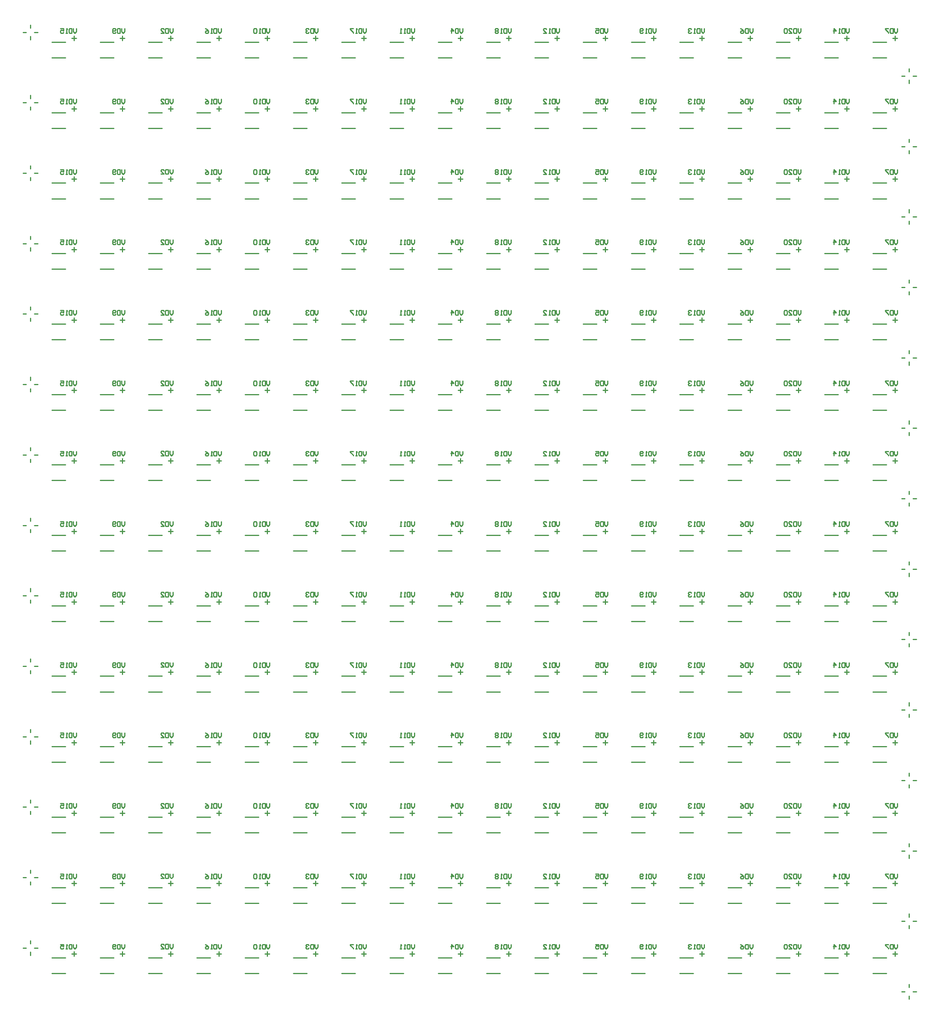
<source format=gbo>
G04 Layer_Color=32896*
%FSLAX44Y44*%
%MOMM*%
G71*
G01*
G75*
%ADD30C,0.2540*%
D30*
X2240000Y289000D02*
Y296000D01*
X2224000Y280000D02*
X2231000D01*
X2249000D02*
X2256000D01*
X2240000Y264000D02*
Y271000D01*
X330000Y384000D02*
Y391000D01*
Y359000D02*
Y366000D01*
X339000Y375000D02*
X346000D01*
X314000D02*
X321000D01*
X1951500Y353500D02*
X1981500D01*
X1951500Y319500D02*
X1981500D01*
X1636500Y353500D02*
X1666500D01*
X1636500Y319500D02*
X1666500D01*
X1321500Y353500D02*
X1351500D01*
X1321500Y319500D02*
X1351500D01*
X1006500Y353500D02*
X1036500D01*
X1006500Y319500D02*
X1036500D01*
X691500Y353500D02*
X721500D01*
X691500Y319500D02*
X721500D01*
X376500Y353500D02*
X406500D01*
X376500Y319500D02*
X406500D01*
X2056500Y353500D02*
X2086500D01*
X2056500Y319500D02*
X2086500D01*
X1741500Y353500D02*
X1771500D01*
X1741500Y319500D02*
X1771500D01*
X1426500Y353500D02*
X1456500D01*
X1426500Y319500D02*
X1456500D01*
X1111500Y353500D02*
X1141500D01*
X1111500Y319500D02*
X1141500D01*
X796500Y353500D02*
X826500D01*
X796500Y319500D02*
X826500D01*
X481500Y353500D02*
X511500D01*
X481500Y319500D02*
X511500D01*
X2161500Y353500D02*
X2191500D01*
X2161500Y319500D02*
X2191500D01*
X1846500Y353500D02*
X1876500D01*
X1846500Y319500D02*
X1876500D01*
X1531500Y353500D02*
X1561500D01*
X1531500Y319500D02*
X1561500D01*
X1216500Y353500D02*
X1246500D01*
X1216500Y319500D02*
X1246500D01*
X901500Y353500D02*
X931500D01*
X901500Y319500D02*
X931500D01*
X586500Y353500D02*
X616500D01*
X586500Y319500D02*
X616500D01*
X640174Y383001D02*
Y376336D01*
X636842Y373004D01*
X633509Y376336D01*
Y383001D01*
X630177D02*
Y373004D01*
X625179D01*
X623513Y374670D01*
Y381335D01*
X625179Y383001D01*
X630177D01*
X613516Y373004D02*
X620180D01*
X613516Y379669D01*
Y381335D01*
X615182Y383001D01*
X618514D01*
X620180Y381335D01*
X955294Y382874D02*
Y376209D01*
X951962Y372877D01*
X948630Y376209D01*
Y382874D01*
X945297D02*
Y372877D01*
X940299D01*
X938633Y374543D01*
Y381208D01*
X940299Y382874D01*
X945297D01*
X935301Y381208D02*
X933634Y382874D01*
X930302D01*
X928636Y381208D01*
Y379542D01*
X930302Y377875D01*
X931968D01*
X930302D01*
X928636Y376209D01*
Y374543D01*
X930302Y372877D01*
X933634D01*
X935301Y374543D01*
X1270126Y382874D02*
Y376209D01*
X1266794Y372877D01*
X1263461Y376209D01*
Y382874D01*
X1260129D02*
Y372877D01*
X1255131D01*
X1253465Y374543D01*
Y381208D01*
X1255131Y382874D01*
X1260129D01*
X1245134Y372877D02*
Y382874D01*
X1250132Y377875D01*
X1243468D01*
X1585212Y382874D02*
Y376209D01*
X1581879Y372877D01*
X1578547Y376209D01*
Y382874D01*
X1575215D02*
Y372877D01*
X1570217D01*
X1568551Y374543D01*
Y381208D01*
X1570217Y382874D01*
X1575215D01*
X1558554D02*
X1565218D01*
Y377875D01*
X1561886Y379542D01*
X1560220D01*
X1558554Y377875D01*
Y374543D01*
X1560220Y372877D01*
X1563552D01*
X1565218Y374543D01*
X1900298Y382874D02*
Y376209D01*
X1896965Y372877D01*
X1893633Y376209D01*
Y382874D01*
X1890301D02*
Y372877D01*
X1885302D01*
X1883636Y374543D01*
Y381208D01*
X1885302Y382874D01*
X1890301D01*
X1873640D02*
X1876972Y381208D01*
X1880304Y377875D01*
Y374543D01*
X1878638Y372877D01*
X1875306D01*
X1873640Y374543D01*
Y376209D01*
X1875306Y377875D01*
X1880304D01*
X2215130Y382874D02*
Y376209D01*
X2211797Y372877D01*
X2208465Y376209D01*
Y382874D01*
X2205133D02*
Y372877D01*
X2200134D01*
X2198468Y374543D01*
Y381208D01*
X2200134Y382874D01*
X2205133D01*
X2195136D02*
X2188471D01*
Y381208D01*
X2195136Y374543D01*
Y372877D01*
X535212Y382874D02*
Y376209D01*
X531880Y372877D01*
X528548Y376209D01*
Y382874D01*
X525215D02*
Y372877D01*
X520217D01*
X518551Y374543D01*
Y381208D01*
X520217Y382874D01*
X525215D01*
X515219Y374543D02*
X513553Y372877D01*
X510220D01*
X508554Y374543D01*
Y381208D01*
X510220Y382874D01*
X513553D01*
X515219Y381208D01*
Y379542D01*
X513553Y377875D01*
X508554D01*
X850298Y382874D02*
Y376209D01*
X846966Y372877D01*
X843634Y376209D01*
Y382874D01*
X840301D02*
Y372877D01*
X835303D01*
X833637Y374543D01*
Y381208D01*
X835303Y382874D01*
X840301D01*
X830305Y372877D02*
X826972D01*
X828638D01*
Y382874D01*
X830305Y381208D01*
X821974D02*
X820308Y382874D01*
X816975D01*
X815309Y381208D01*
Y374543D01*
X816975Y372877D01*
X820308D01*
X821974Y374543D01*
Y381208D01*
X1165130Y382874D02*
Y376209D01*
X1161798Y372877D01*
X1158465Y376209D01*
Y382874D01*
X1155133D02*
Y372877D01*
X1150135D01*
X1148469Y374543D01*
Y381208D01*
X1150135Y382874D01*
X1155133D01*
X1145136Y372877D02*
X1141804D01*
X1143470D01*
Y382874D01*
X1145136Y381208D01*
X1136806Y372877D02*
X1133474D01*
X1135140D01*
Y382874D01*
X1136806Y381208D01*
X1480216Y382874D02*
Y376209D01*
X1476884Y372877D01*
X1473551Y376209D01*
Y382874D01*
X1470219D02*
Y372877D01*
X1465221D01*
X1463555Y374543D01*
Y381208D01*
X1465221Y382874D01*
X1470219D01*
X1460222Y372877D02*
X1456890D01*
X1458556D01*
Y382874D01*
X1460222Y381208D01*
X1445227Y372877D02*
X1451892D01*
X1445227Y379542D01*
Y381208D01*
X1446893Y382874D01*
X1450226D01*
X1451892Y381208D01*
X1795306Y382874D02*
Y376209D01*
X1791974Y372877D01*
X1788641Y376209D01*
Y382874D01*
X1785309D02*
Y372877D01*
X1780311D01*
X1778644Y374543D01*
Y381208D01*
X1780311Y382874D01*
X1785309D01*
X1775312Y372877D02*
X1771980D01*
X1773646D01*
Y382874D01*
X1775312Y381208D01*
X1766982D02*
X1765315Y382874D01*
X1761983D01*
X1760317Y381208D01*
Y379542D01*
X1761983Y377875D01*
X1763649D01*
X1761983D01*
X1760317Y376209D01*
Y374543D01*
X1761983Y372877D01*
X1765315D01*
X1766982Y374543D01*
X2110138Y382874D02*
Y376209D01*
X2106805Y372877D01*
X2103473Y376209D01*
Y382874D01*
X2100141D02*
Y372877D01*
X2095142D01*
X2093476Y374543D01*
Y381208D01*
X2095142Y382874D01*
X2100141D01*
X2090144Y372877D02*
X2086812D01*
X2088478D01*
Y382874D01*
X2090144Y381208D01*
X2076815Y372877D02*
Y382874D01*
X2081813Y377875D01*
X2075149D01*
X430292Y382874D02*
Y376209D01*
X426960Y372877D01*
X423628Y376209D01*
Y382874D01*
X420295D02*
Y372877D01*
X415297D01*
X413631Y374543D01*
Y381208D01*
X415297Y382874D01*
X420295D01*
X410299Y372877D02*
X406966D01*
X408632D01*
Y382874D01*
X410299Y381208D01*
X395303Y382874D02*
X401968D01*
Y377875D01*
X398636Y379542D01*
X396969D01*
X395303Y377875D01*
Y374543D01*
X396969Y372877D01*
X400302D01*
X401968Y374543D01*
X745124Y382874D02*
Y376209D01*
X741792Y372877D01*
X738459Y376209D01*
Y382874D01*
X735127D02*
Y372877D01*
X730129D01*
X728463Y374543D01*
Y381208D01*
X730129Y382874D01*
X735127D01*
X725130Y372877D02*
X721798D01*
X723464D01*
Y382874D01*
X725130Y381208D01*
X710135Y382874D02*
X713467Y381208D01*
X716800Y377875D01*
Y374543D01*
X715134Y372877D01*
X711801D01*
X710135Y374543D01*
Y376209D01*
X711801Y377875D01*
X716800D01*
X1060210Y382874D02*
Y376209D01*
X1056878Y372877D01*
X1053545Y376209D01*
Y382874D01*
X1050213D02*
Y372877D01*
X1045215D01*
X1043549Y374543D01*
Y381208D01*
X1045215Y382874D01*
X1050213D01*
X1040216Y372877D02*
X1036884D01*
X1038550D01*
Y382874D01*
X1040216Y381208D01*
X1031886Y382874D02*
X1025221D01*
Y381208D01*
X1031886Y374543D01*
Y372877D01*
X1375296Y382874D02*
Y376209D01*
X1371963Y372877D01*
X1368631Y376209D01*
Y382874D01*
X1365299D02*
Y372877D01*
X1360300D01*
X1358634Y374543D01*
Y381208D01*
X1360300Y382874D01*
X1365299D01*
X1355302Y372877D02*
X1351970D01*
X1353636D01*
Y382874D01*
X1355302Y381208D01*
X1346971D02*
X1345305Y382874D01*
X1341973D01*
X1340307Y381208D01*
Y379542D01*
X1341973Y377875D01*
X1340307Y376209D01*
Y374543D01*
X1341973Y372877D01*
X1345305D01*
X1346971Y374543D01*
Y376209D01*
X1345305Y377875D01*
X1346971Y379542D01*
Y381208D01*
X1345305Y377875D02*
X1341973D01*
X1690128Y382874D02*
Y376209D01*
X1686795Y372877D01*
X1683463Y376209D01*
Y382874D01*
X1680131D02*
Y372877D01*
X1675132D01*
X1673466Y374543D01*
Y381208D01*
X1675132Y382874D01*
X1680131D01*
X1670134Y372877D02*
X1666802D01*
X1668468D01*
Y382874D01*
X1670134Y381208D01*
X1661803Y374543D02*
X1660137Y372877D01*
X1656805D01*
X1655139Y374543D01*
Y381208D01*
X1656805Y382874D01*
X1660137D01*
X1661803Y381208D01*
Y379542D01*
X1660137Y377875D01*
X1655139D01*
X2005213Y382874D02*
Y376209D01*
X2001881Y372877D01*
X1998549Y376209D01*
Y382874D01*
X1995217D02*
Y372877D01*
X1990218D01*
X1988552Y374543D01*
Y381208D01*
X1990218Y382874D01*
X1995217D01*
X1978555Y372877D02*
X1985220D01*
X1978555Y379542D01*
Y381208D01*
X1980221Y382874D01*
X1983554D01*
X1985220Y381208D01*
X1975223D02*
X1973557Y382874D01*
X1970225D01*
X1968559Y381208D01*
Y374543D01*
X1970225Y372877D01*
X1973557D01*
X1975223Y374543D01*
Y381208D01*
X2005250Y362118D02*
X1995093D01*
X2000172Y367196D02*
Y357039D01*
X1690250Y362118D02*
X1680093D01*
X1685172Y367196D02*
Y357039D01*
X1375250Y362118D02*
X1365093D01*
X1370172Y367196D02*
Y357039D01*
X1060250Y362118D02*
X1050093D01*
X1055172Y367196D02*
Y357039D01*
X745250Y362118D02*
X735093D01*
X740172Y367196D02*
Y357039D01*
X430250Y362118D02*
X420093D01*
X425172Y367196D02*
Y357039D01*
X2110250Y362118D02*
X2100093D01*
X2105172Y367196D02*
Y357039D01*
X1795250Y362118D02*
X1785093D01*
X1790172Y367196D02*
Y357039D01*
X1480250Y362118D02*
X1470093D01*
X1475172Y367196D02*
Y357039D01*
X1165250Y362118D02*
X1155093D01*
X1160172Y367196D02*
Y357039D01*
X850250Y362118D02*
X840093D01*
X845172Y367196D02*
Y357039D01*
X535250Y362118D02*
X525093D01*
X530172Y367196D02*
Y357039D01*
X2215250Y362118D02*
X2205093D01*
X2210172Y367196D02*
Y357039D01*
X1900250Y362118D02*
X1890093D01*
X1895172Y367196D02*
Y357039D01*
X1585250Y362118D02*
X1575093D01*
X1580172Y367196D02*
Y357039D01*
X1270250Y362118D02*
X1260093D01*
X1265172Y367196D02*
Y357039D01*
X955250Y362118D02*
X945093D01*
X950172Y367196D02*
Y357039D01*
X640250Y362118D02*
X630093D01*
X635172Y367196D02*
Y357039D01*
X2240000Y442000D02*
Y449000D01*
X2224000Y433000D02*
X2231000D01*
X2249000D02*
X2256000D01*
X2240000Y417000D02*
Y424000D01*
X330000Y537000D02*
Y544000D01*
Y512000D02*
Y519000D01*
X339000Y528000D02*
X346000D01*
X314000D02*
X321000D01*
X1951500Y506500D02*
X1981500D01*
X1951500Y472500D02*
X1981500D01*
X1636500Y506500D02*
X1666500D01*
X1636500Y472500D02*
X1666500D01*
X1321500Y506500D02*
X1351500D01*
X1321500Y472500D02*
X1351500D01*
X1006500Y506500D02*
X1036500D01*
X1006500Y472500D02*
X1036500D01*
X691500Y506500D02*
X721500D01*
X691500Y472500D02*
X721500D01*
X376500Y506500D02*
X406500D01*
X376500Y472500D02*
X406500D01*
X2056500Y506500D02*
X2086500D01*
X2056500Y472500D02*
X2086500D01*
X1741500Y506500D02*
X1771500D01*
X1741500Y472500D02*
X1771500D01*
X1426500Y506500D02*
X1456500D01*
X1426500Y472500D02*
X1456500D01*
X1111500Y506500D02*
X1141500D01*
X1111500Y472500D02*
X1141500D01*
X796500Y506500D02*
X826500D01*
X796500Y472500D02*
X826500D01*
X481500Y506500D02*
X511500D01*
X481500Y472500D02*
X511500D01*
X2161500Y506500D02*
X2191500D01*
X2161500Y472500D02*
X2191500D01*
X1846500Y506500D02*
X1876500D01*
X1846500Y472500D02*
X1876500D01*
X1531500Y506500D02*
X1561500D01*
X1531500Y472500D02*
X1561500D01*
X1216500Y506500D02*
X1246500D01*
X1216500Y472500D02*
X1246500D01*
X901500Y506500D02*
X931500D01*
X901500Y472500D02*
X931500D01*
X586500Y506500D02*
X616500D01*
X586500Y472500D02*
X616500D01*
X640174Y536001D02*
Y529336D01*
X636842Y526004D01*
X633509Y529336D01*
Y536001D01*
X630177D02*
Y526004D01*
X625179D01*
X623513Y527670D01*
Y534335D01*
X625179Y536001D01*
X630177D01*
X613516Y526004D02*
X620180D01*
X613516Y532668D01*
Y534335D01*
X615182Y536001D01*
X618514D01*
X620180Y534335D01*
X955294Y535874D02*
Y529209D01*
X951962Y525877D01*
X948630Y529209D01*
Y535874D01*
X945297D02*
Y525877D01*
X940299D01*
X938633Y527543D01*
Y534208D01*
X940299Y535874D01*
X945297D01*
X935301Y534208D02*
X933634Y535874D01*
X930302D01*
X928636Y534208D01*
Y532542D01*
X930302Y530875D01*
X931968D01*
X930302D01*
X928636Y529209D01*
Y527543D01*
X930302Y525877D01*
X933634D01*
X935301Y527543D01*
X1270126Y535874D02*
Y529209D01*
X1266794Y525877D01*
X1263461Y529209D01*
Y535874D01*
X1260129D02*
Y525877D01*
X1255131D01*
X1253465Y527543D01*
Y534208D01*
X1255131Y535874D01*
X1260129D01*
X1245134Y525877D02*
Y535874D01*
X1250132Y530875D01*
X1243468D01*
X1585212Y535874D02*
Y529209D01*
X1581879Y525877D01*
X1578547Y529209D01*
Y535874D01*
X1575215D02*
Y525877D01*
X1570217D01*
X1568551Y527543D01*
Y534208D01*
X1570217Y535874D01*
X1575215D01*
X1558554D02*
X1565218D01*
Y530875D01*
X1561886Y532542D01*
X1560220D01*
X1558554Y530875D01*
Y527543D01*
X1560220Y525877D01*
X1563552D01*
X1565218Y527543D01*
X1900298Y535874D02*
Y529209D01*
X1896965Y525877D01*
X1893633Y529209D01*
Y535874D01*
X1890301D02*
Y525877D01*
X1885302D01*
X1883636Y527543D01*
Y534208D01*
X1885302Y535874D01*
X1890301D01*
X1873640D02*
X1876972Y534208D01*
X1880304Y530875D01*
Y527543D01*
X1878638Y525877D01*
X1875306D01*
X1873640Y527543D01*
Y529209D01*
X1875306Y530875D01*
X1880304D01*
X2215130Y535874D02*
Y529209D01*
X2211797Y525877D01*
X2208465Y529209D01*
Y535874D01*
X2205133D02*
Y525877D01*
X2200134D01*
X2198468Y527543D01*
Y534208D01*
X2200134Y535874D01*
X2205133D01*
X2195136D02*
X2188471D01*
Y534208D01*
X2195136Y527543D01*
Y525877D01*
X535212Y535874D02*
Y529209D01*
X531880Y525877D01*
X528548Y529209D01*
Y535874D01*
X525215D02*
Y525877D01*
X520217D01*
X518551Y527543D01*
Y534208D01*
X520217Y535874D01*
X525215D01*
X515219Y527543D02*
X513553Y525877D01*
X510220D01*
X508554Y527543D01*
Y534208D01*
X510220Y535874D01*
X513553D01*
X515219Y534208D01*
Y532542D01*
X513553Y530875D01*
X508554D01*
X850298Y535874D02*
Y529209D01*
X846966Y525877D01*
X843634Y529209D01*
Y535874D01*
X840301D02*
Y525877D01*
X835303D01*
X833637Y527543D01*
Y534208D01*
X835303Y535874D01*
X840301D01*
X830305Y525877D02*
X826972D01*
X828638D01*
Y535874D01*
X830305Y534208D01*
X821974D02*
X820308Y535874D01*
X816975D01*
X815309Y534208D01*
Y527543D01*
X816975Y525877D01*
X820308D01*
X821974Y527543D01*
Y534208D01*
X1165130Y535874D02*
Y529209D01*
X1161798Y525877D01*
X1158465Y529209D01*
Y535874D01*
X1155133D02*
Y525877D01*
X1150135D01*
X1148469Y527543D01*
Y534208D01*
X1150135Y535874D01*
X1155133D01*
X1145136Y525877D02*
X1141804D01*
X1143470D01*
Y535874D01*
X1145136Y534208D01*
X1136806Y525877D02*
X1133474D01*
X1135140D01*
Y535874D01*
X1136806Y534208D01*
X1480216Y535874D02*
Y529209D01*
X1476884Y525877D01*
X1473551Y529209D01*
Y535874D01*
X1470219D02*
Y525877D01*
X1465221D01*
X1463555Y527543D01*
Y534208D01*
X1465221Y535874D01*
X1470219D01*
X1460222Y525877D02*
X1456890D01*
X1458556D01*
Y535874D01*
X1460222Y534208D01*
X1445227Y525877D02*
X1451892D01*
X1445227Y532542D01*
Y534208D01*
X1446893Y535874D01*
X1450226D01*
X1451892Y534208D01*
X1795306Y535874D02*
Y529209D01*
X1791974Y525877D01*
X1788641Y529209D01*
Y535874D01*
X1785309D02*
Y525877D01*
X1780311D01*
X1778644Y527543D01*
Y534208D01*
X1780311Y535874D01*
X1785309D01*
X1775312Y525877D02*
X1771980D01*
X1773646D01*
Y535874D01*
X1775312Y534208D01*
X1766982D02*
X1765315Y535874D01*
X1761983D01*
X1760317Y534208D01*
Y532542D01*
X1761983Y530875D01*
X1763649D01*
X1761983D01*
X1760317Y529209D01*
Y527543D01*
X1761983Y525877D01*
X1765315D01*
X1766982Y527543D01*
X2110138Y535874D02*
Y529209D01*
X2106805Y525877D01*
X2103473Y529209D01*
Y535874D01*
X2100141D02*
Y525877D01*
X2095142D01*
X2093476Y527543D01*
Y534208D01*
X2095142Y535874D01*
X2100141D01*
X2090144Y525877D02*
X2086812D01*
X2088478D01*
Y535874D01*
X2090144Y534208D01*
X2076815Y525877D02*
Y535874D01*
X2081813Y530875D01*
X2075149D01*
X430292Y535874D02*
Y529209D01*
X426960Y525877D01*
X423628Y529209D01*
Y535874D01*
X420295D02*
Y525877D01*
X415297D01*
X413631Y527543D01*
Y534208D01*
X415297Y535874D01*
X420295D01*
X410299Y525877D02*
X406966D01*
X408632D01*
Y535874D01*
X410299Y534208D01*
X395303Y535874D02*
X401968D01*
Y530875D01*
X398636Y532542D01*
X396969D01*
X395303Y530875D01*
Y527543D01*
X396969Y525877D01*
X400302D01*
X401968Y527543D01*
X745124Y535874D02*
Y529209D01*
X741792Y525877D01*
X738459Y529209D01*
Y535874D01*
X735127D02*
Y525877D01*
X730129D01*
X728463Y527543D01*
Y534208D01*
X730129Y535874D01*
X735127D01*
X725130Y525877D02*
X721798D01*
X723464D01*
Y535874D01*
X725130Y534208D01*
X710135Y535874D02*
X713467Y534208D01*
X716800Y530875D01*
Y527543D01*
X715134Y525877D01*
X711801D01*
X710135Y527543D01*
Y529209D01*
X711801Y530875D01*
X716800D01*
X1060210Y535874D02*
Y529209D01*
X1056878Y525877D01*
X1053545Y529209D01*
Y535874D01*
X1050213D02*
Y525877D01*
X1045215D01*
X1043549Y527543D01*
Y534208D01*
X1045215Y535874D01*
X1050213D01*
X1040216Y525877D02*
X1036884D01*
X1038550D01*
Y535874D01*
X1040216Y534208D01*
X1031886Y535874D02*
X1025221D01*
Y534208D01*
X1031886Y527543D01*
Y525877D01*
X1375296Y535874D02*
Y529209D01*
X1371963Y525877D01*
X1368631Y529209D01*
Y535874D01*
X1365299D02*
Y525877D01*
X1360300D01*
X1358634Y527543D01*
Y534208D01*
X1360300Y535874D01*
X1365299D01*
X1355302Y525877D02*
X1351970D01*
X1353636D01*
Y535874D01*
X1355302Y534208D01*
X1346971D02*
X1345305Y535874D01*
X1341973D01*
X1340307Y534208D01*
Y532542D01*
X1341973Y530875D01*
X1340307Y529209D01*
Y527543D01*
X1341973Y525877D01*
X1345305D01*
X1346971Y527543D01*
Y529209D01*
X1345305Y530875D01*
X1346971Y532542D01*
Y534208D01*
X1345305Y530875D02*
X1341973D01*
X1690128Y535874D02*
Y529209D01*
X1686795Y525877D01*
X1683463Y529209D01*
Y535874D01*
X1680131D02*
Y525877D01*
X1675132D01*
X1673466Y527543D01*
Y534208D01*
X1675132Y535874D01*
X1680131D01*
X1670134Y525877D02*
X1666802D01*
X1668468D01*
Y535874D01*
X1670134Y534208D01*
X1661803Y527543D02*
X1660137Y525877D01*
X1656805D01*
X1655139Y527543D01*
Y534208D01*
X1656805Y535874D01*
X1660137D01*
X1661803Y534208D01*
Y532542D01*
X1660137Y530875D01*
X1655139D01*
X2005213Y535874D02*
Y529209D01*
X2001881Y525877D01*
X1998549Y529209D01*
Y535874D01*
X1995217D02*
Y525877D01*
X1990218D01*
X1988552Y527543D01*
Y534208D01*
X1990218Y535874D01*
X1995217D01*
X1978555Y525877D02*
X1985220D01*
X1978555Y532542D01*
Y534208D01*
X1980221Y535874D01*
X1983554D01*
X1985220Y534208D01*
X1975223D02*
X1973557Y535874D01*
X1970225D01*
X1968559Y534208D01*
Y527543D01*
X1970225Y525877D01*
X1973557D01*
X1975223Y527543D01*
Y534208D01*
X2005250Y515117D02*
X1995093D01*
X2000172Y520196D02*
Y510039D01*
X1690250Y515117D02*
X1680093D01*
X1685172Y520196D02*
Y510039D01*
X1375250Y515117D02*
X1365093D01*
X1370172Y520196D02*
Y510039D01*
X1060250Y515117D02*
X1050093D01*
X1055172Y520196D02*
Y510039D01*
X745250Y515117D02*
X735093D01*
X740172Y520196D02*
Y510039D01*
X430250Y515117D02*
X420093D01*
X425172Y520196D02*
Y510039D01*
X2110250Y515117D02*
X2100093D01*
X2105172Y520196D02*
Y510039D01*
X1795250Y515117D02*
X1785093D01*
X1790172Y520196D02*
Y510039D01*
X1480250Y515117D02*
X1470093D01*
X1475172Y520196D02*
Y510039D01*
X1165250Y515117D02*
X1155093D01*
X1160172Y520196D02*
Y510039D01*
X850250Y515117D02*
X840093D01*
X845172Y520196D02*
Y510039D01*
X535250Y515117D02*
X525093D01*
X530172Y520196D02*
Y510039D01*
X2215250Y515117D02*
X2205093D01*
X2210172Y520196D02*
Y510039D01*
X1900250Y515117D02*
X1890093D01*
X1895172Y520196D02*
Y510039D01*
X1585250Y515117D02*
X1575093D01*
X1580172Y520196D02*
Y510039D01*
X1270250Y515117D02*
X1260093D01*
X1265172Y520196D02*
Y510039D01*
X955250Y515117D02*
X945093D01*
X950172Y520196D02*
Y510039D01*
X640250Y515117D02*
X630093D01*
X635172Y520196D02*
Y510039D01*
X2240000Y595000D02*
Y602000D01*
X2224000Y586000D02*
X2231000D01*
X2249000D02*
X2256000D01*
X2240000Y570000D02*
Y577000D01*
X330000Y690000D02*
Y697000D01*
Y665000D02*
Y672000D01*
X339000Y681000D02*
X346000D01*
X314000D02*
X321000D01*
X1951500Y659500D02*
X1981500D01*
X1951500Y625500D02*
X1981500D01*
X1636500Y659500D02*
X1666500D01*
X1636500Y625500D02*
X1666500D01*
X1321500Y659500D02*
X1351500D01*
X1321500Y625500D02*
X1351500D01*
X1006500Y659500D02*
X1036500D01*
X1006500Y625500D02*
X1036500D01*
X691500Y659500D02*
X721500D01*
X691500Y625500D02*
X721500D01*
X376500Y659500D02*
X406500D01*
X376500Y625500D02*
X406500D01*
X2056500Y659500D02*
X2086500D01*
X2056500Y625500D02*
X2086500D01*
X1741500Y659500D02*
X1771500D01*
X1741500Y625500D02*
X1771500D01*
X1426500Y659500D02*
X1456500D01*
X1426500Y625500D02*
X1456500D01*
X1111500Y659500D02*
X1141500D01*
X1111500Y625500D02*
X1141500D01*
X796500Y659500D02*
X826500D01*
X796500Y625500D02*
X826500D01*
X481500Y659500D02*
X511500D01*
X481500Y625500D02*
X511500D01*
X2161500Y659500D02*
X2191500D01*
X2161500Y625500D02*
X2191500D01*
X1846500Y659500D02*
X1876500D01*
X1846500Y625500D02*
X1876500D01*
X1531500Y659500D02*
X1561500D01*
X1531500Y625500D02*
X1561500D01*
X1216500Y659500D02*
X1246500D01*
X1216500Y625500D02*
X1246500D01*
X901500Y659500D02*
X931500D01*
X901500Y625500D02*
X931500D01*
X586500Y659500D02*
X616500D01*
X586500Y625500D02*
X616500D01*
X640174Y689001D02*
Y682336D01*
X636842Y679004D01*
X633509Y682336D01*
Y689001D01*
X630177D02*
Y679004D01*
X625179D01*
X623513Y680670D01*
Y687335D01*
X625179Y689001D01*
X630177D01*
X613516Y679004D02*
X620180D01*
X613516Y685668D01*
Y687335D01*
X615182Y689001D01*
X618514D01*
X620180Y687335D01*
X955294Y688874D02*
Y682209D01*
X951962Y678877D01*
X948630Y682209D01*
Y688874D01*
X945297D02*
Y678877D01*
X940299D01*
X938633Y680543D01*
Y687208D01*
X940299Y688874D01*
X945297D01*
X935301Y687208D02*
X933634Y688874D01*
X930302D01*
X928636Y687208D01*
Y685542D01*
X930302Y683875D01*
X931968D01*
X930302D01*
X928636Y682209D01*
Y680543D01*
X930302Y678877D01*
X933634D01*
X935301Y680543D01*
X1270126Y688874D02*
Y682209D01*
X1266794Y678877D01*
X1263461Y682209D01*
Y688874D01*
X1260129D02*
Y678877D01*
X1255131D01*
X1253465Y680543D01*
Y687208D01*
X1255131Y688874D01*
X1260129D01*
X1245134Y678877D02*
Y688874D01*
X1250132Y683875D01*
X1243468D01*
X1585212Y688874D02*
Y682209D01*
X1581879Y678877D01*
X1578547Y682209D01*
Y688874D01*
X1575215D02*
Y678877D01*
X1570217D01*
X1568551Y680543D01*
Y687208D01*
X1570217Y688874D01*
X1575215D01*
X1558554D02*
X1565218D01*
Y683875D01*
X1561886Y685542D01*
X1560220D01*
X1558554Y683875D01*
Y680543D01*
X1560220Y678877D01*
X1563552D01*
X1565218Y680543D01*
X1900298Y688874D02*
Y682209D01*
X1896965Y678877D01*
X1893633Y682209D01*
Y688874D01*
X1890301D02*
Y678877D01*
X1885302D01*
X1883636Y680543D01*
Y687208D01*
X1885302Y688874D01*
X1890301D01*
X1873640D02*
X1876972Y687208D01*
X1880304Y683875D01*
Y680543D01*
X1878638Y678877D01*
X1875306D01*
X1873640Y680543D01*
Y682209D01*
X1875306Y683875D01*
X1880304D01*
X2215130Y688874D02*
Y682209D01*
X2211797Y678877D01*
X2208465Y682209D01*
Y688874D01*
X2205133D02*
Y678877D01*
X2200134D01*
X2198468Y680543D01*
Y687208D01*
X2200134Y688874D01*
X2205133D01*
X2195136D02*
X2188471D01*
Y687208D01*
X2195136Y680543D01*
Y678877D01*
X535212Y688874D02*
Y682209D01*
X531880Y678877D01*
X528548Y682209D01*
Y688874D01*
X525215D02*
Y678877D01*
X520217D01*
X518551Y680543D01*
Y687208D01*
X520217Y688874D01*
X525215D01*
X515219Y680543D02*
X513553Y678877D01*
X510220D01*
X508554Y680543D01*
Y687208D01*
X510220Y688874D01*
X513553D01*
X515219Y687208D01*
Y685542D01*
X513553Y683875D01*
X508554D01*
X850298Y688874D02*
Y682209D01*
X846966Y678877D01*
X843634Y682209D01*
Y688874D01*
X840301D02*
Y678877D01*
X835303D01*
X833637Y680543D01*
Y687208D01*
X835303Y688874D01*
X840301D01*
X830305Y678877D02*
X826972D01*
X828638D01*
Y688874D01*
X830305Y687208D01*
X821974D02*
X820308Y688874D01*
X816975D01*
X815309Y687208D01*
Y680543D01*
X816975Y678877D01*
X820308D01*
X821974Y680543D01*
Y687208D01*
X1165130Y688874D02*
Y682209D01*
X1161798Y678877D01*
X1158465Y682209D01*
Y688874D01*
X1155133D02*
Y678877D01*
X1150135D01*
X1148469Y680543D01*
Y687208D01*
X1150135Y688874D01*
X1155133D01*
X1145136Y678877D02*
X1141804D01*
X1143470D01*
Y688874D01*
X1145136Y687208D01*
X1136806Y678877D02*
X1133474D01*
X1135140D01*
Y688874D01*
X1136806Y687208D01*
X1480216Y688874D02*
Y682209D01*
X1476884Y678877D01*
X1473551Y682209D01*
Y688874D01*
X1470219D02*
Y678877D01*
X1465221D01*
X1463555Y680543D01*
Y687208D01*
X1465221Y688874D01*
X1470219D01*
X1460222Y678877D02*
X1456890D01*
X1458556D01*
Y688874D01*
X1460222Y687208D01*
X1445227Y678877D02*
X1451892D01*
X1445227Y685542D01*
Y687208D01*
X1446893Y688874D01*
X1450226D01*
X1451892Y687208D01*
X1795306Y688874D02*
Y682209D01*
X1791974Y678877D01*
X1788641Y682209D01*
Y688874D01*
X1785309D02*
Y678877D01*
X1780311D01*
X1778644Y680543D01*
Y687208D01*
X1780311Y688874D01*
X1785309D01*
X1775312Y678877D02*
X1771980D01*
X1773646D01*
Y688874D01*
X1775312Y687208D01*
X1766982D02*
X1765315Y688874D01*
X1761983D01*
X1760317Y687208D01*
Y685542D01*
X1761983Y683875D01*
X1763649D01*
X1761983D01*
X1760317Y682209D01*
Y680543D01*
X1761983Y678877D01*
X1765315D01*
X1766982Y680543D01*
X2110138Y688874D02*
Y682209D01*
X2106805Y678877D01*
X2103473Y682209D01*
Y688874D01*
X2100141D02*
Y678877D01*
X2095142D01*
X2093476Y680543D01*
Y687208D01*
X2095142Y688874D01*
X2100141D01*
X2090144Y678877D02*
X2086812D01*
X2088478D01*
Y688874D01*
X2090144Y687208D01*
X2076815Y678877D02*
Y688874D01*
X2081813Y683875D01*
X2075149D01*
X430292Y688874D02*
Y682209D01*
X426960Y678877D01*
X423628Y682209D01*
Y688874D01*
X420295D02*
Y678877D01*
X415297D01*
X413631Y680543D01*
Y687208D01*
X415297Y688874D01*
X420295D01*
X410299Y678877D02*
X406966D01*
X408632D01*
Y688874D01*
X410299Y687208D01*
X395303Y688874D02*
X401968D01*
Y683875D01*
X398636Y685542D01*
X396969D01*
X395303Y683875D01*
Y680543D01*
X396969Y678877D01*
X400302D01*
X401968Y680543D01*
X745124Y688874D02*
Y682209D01*
X741792Y678877D01*
X738459Y682209D01*
Y688874D01*
X735127D02*
Y678877D01*
X730129D01*
X728463Y680543D01*
Y687208D01*
X730129Y688874D01*
X735127D01*
X725130Y678877D02*
X721798D01*
X723464D01*
Y688874D01*
X725130Y687208D01*
X710135Y688874D02*
X713467Y687208D01*
X716800Y683875D01*
Y680543D01*
X715134Y678877D01*
X711801D01*
X710135Y680543D01*
Y682209D01*
X711801Y683875D01*
X716800D01*
X1060210Y688874D02*
Y682209D01*
X1056878Y678877D01*
X1053545Y682209D01*
Y688874D01*
X1050213D02*
Y678877D01*
X1045215D01*
X1043549Y680543D01*
Y687208D01*
X1045215Y688874D01*
X1050213D01*
X1040216Y678877D02*
X1036884D01*
X1038550D01*
Y688874D01*
X1040216Y687208D01*
X1031886Y688874D02*
X1025221D01*
Y687208D01*
X1031886Y680543D01*
Y678877D01*
X1375296Y688874D02*
Y682209D01*
X1371963Y678877D01*
X1368631Y682209D01*
Y688874D01*
X1365299D02*
Y678877D01*
X1360300D01*
X1358634Y680543D01*
Y687208D01*
X1360300Y688874D01*
X1365299D01*
X1355302Y678877D02*
X1351970D01*
X1353636D01*
Y688874D01*
X1355302Y687208D01*
X1346971D02*
X1345305Y688874D01*
X1341973D01*
X1340307Y687208D01*
Y685542D01*
X1341973Y683875D01*
X1340307Y682209D01*
Y680543D01*
X1341973Y678877D01*
X1345305D01*
X1346971Y680543D01*
Y682209D01*
X1345305Y683875D01*
X1346971Y685542D01*
Y687208D01*
X1345305Y683875D02*
X1341973D01*
X1690128Y688874D02*
Y682209D01*
X1686795Y678877D01*
X1683463Y682209D01*
Y688874D01*
X1680131D02*
Y678877D01*
X1675132D01*
X1673466Y680543D01*
Y687208D01*
X1675132Y688874D01*
X1680131D01*
X1670134Y678877D02*
X1666802D01*
X1668468D01*
Y688874D01*
X1670134Y687208D01*
X1661803Y680543D02*
X1660137Y678877D01*
X1656805D01*
X1655139Y680543D01*
Y687208D01*
X1656805Y688874D01*
X1660137D01*
X1661803Y687208D01*
Y685542D01*
X1660137Y683875D01*
X1655139D01*
X2005213Y688874D02*
Y682209D01*
X2001881Y678877D01*
X1998549Y682209D01*
Y688874D01*
X1995217D02*
Y678877D01*
X1990218D01*
X1988552Y680543D01*
Y687208D01*
X1990218Y688874D01*
X1995217D01*
X1978555Y678877D02*
X1985220D01*
X1978555Y685542D01*
Y687208D01*
X1980221Y688874D01*
X1983554D01*
X1985220Y687208D01*
X1975223D02*
X1973557Y688874D01*
X1970225D01*
X1968559Y687208D01*
Y680543D01*
X1970225Y678877D01*
X1973557D01*
X1975223Y680543D01*
Y687208D01*
X2005250Y668118D02*
X1995093D01*
X2000172Y673196D02*
Y663039D01*
X1690250Y668118D02*
X1680093D01*
X1685172Y673196D02*
Y663039D01*
X1375250Y668118D02*
X1365093D01*
X1370172Y673196D02*
Y663039D01*
X1060250Y668118D02*
X1050093D01*
X1055172Y673196D02*
Y663039D01*
X745250Y668118D02*
X735093D01*
X740172Y673196D02*
Y663039D01*
X430250Y668118D02*
X420093D01*
X425172Y673196D02*
Y663039D01*
X2110250Y668118D02*
X2100093D01*
X2105172Y673196D02*
Y663039D01*
X1795250Y668118D02*
X1785093D01*
X1790172Y673196D02*
Y663039D01*
X1480250Y668118D02*
X1470093D01*
X1475172Y673196D02*
Y663039D01*
X1165250Y668118D02*
X1155093D01*
X1160172Y673196D02*
Y663039D01*
X850250Y668118D02*
X840093D01*
X845172Y673196D02*
Y663039D01*
X535250Y668118D02*
X525093D01*
X530172Y673196D02*
Y663039D01*
X2215250Y668118D02*
X2205093D01*
X2210172Y673196D02*
Y663039D01*
X1900250Y668118D02*
X1890093D01*
X1895172Y673196D02*
Y663039D01*
X1585250Y668118D02*
X1575093D01*
X1580172Y673196D02*
Y663039D01*
X1270250Y668118D02*
X1260093D01*
X1265172Y673196D02*
Y663039D01*
X955250Y668118D02*
X945093D01*
X950172Y673196D02*
Y663039D01*
X640250Y668118D02*
X630093D01*
X635172Y673196D02*
Y663039D01*
X2240000Y748000D02*
Y755000D01*
X2224000Y739000D02*
X2231000D01*
X2249000D02*
X2256000D01*
X2240000Y723000D02*
Y730000D01*
X330000Y843000D02*
Y850000D01*
Y818000D02*
Y825000D01*
X339000Y834000D02*
X346000D01*
X314000D02*
X321000D01*
X1951500Y812500D02*
X1981500D01*
X1951500Y778500D02*
X1981500D01*
X1636500Y812500D02*
X1666500D01*
X1636500Y778500D02*
X1666500D01*
X1321500Y812500D02*
X1351500D01*
X1321500Y778500D02*
X1351500D01*
X1006500Y812500D02*
X1036500D01*
X1006500Y778500D02*
X1036500D01*
X691500Y812500D02*
X721500D01*
X691500Y778500D02*
X721500D01*
X376500Y812500D02*
X406500D01*
X376500Y778500D02*
X406500D01*
X2056500Y812500D02*
X2086500D01*
X2056500Y778500D02*
X2086500D01*
X1741500Y812500D02*
X1771500D01*
X1741500Y778500D02*
X1771500D01*
X1426500Y812500D02*
X1456500D01*
X1426500Y778500D02*
X1456500D01*
X1111500Y812500D02*
X1141500D01*
X1111500Y778500D02*
X1141500D01*
X796500Y812500D02*
X826500D01*
X796500Y778500D02*
X826500D01*
X481500Y812500D02*
X511500D01*
X481500Y778500D02*
X511500D01*
X2161500Y812500D02*
X2191500D01*
X2161500Y778500D02*
X2191500D01*
X1846500Y812500D02*
X1876500D01*
X1846500Y778500D02*
X1876500D01*
X1531500Y812500D02*
X1561500D01*
X1531500Y778500D02*
X1561500D01*
X1216500Y812500D02*
X1246500D01*
X1216500Y778500D02*
X1246500D01*
X901500Y812500D02*
X931500D01*
X901500Y778500D02*
X931500D01*
X586500Y812500D02*
X616500D01*
X586500Y778500D02*
X616500D01*
X640174Y842001D02*
Y835336D01*
X636842Y832004D01*
X633509Y835336D01*
Y842001D01*
X630177D02*
Y832004D01*
X625179D01*
X623513Y833670D01*
Y840335D01*
X625179Y842001D01*
X630177D01*
X613516Y832004D02*
X620180D01*
X613516Y838669D01*
Y840335D01*
X615182Y842001D01*
X618514D01*
X620180Y840335D01*
X955294Y841874D02*
Y835209D01*
X951962Y831877D01*
X948630Y835209D01*
Y841874D01*
X945297D02*
Y831877D01*
X940299D01*
X938633Y833543D01*
Y840208D01*
X940299Y841874D01*
X945297D01*
X935301Y840208D02*
X933634Y841874D01*
X930302D01*
X928636Y840208D01*
Y838542D01*
X930302Y836875D01*
X931968D01*
X930302D01*
X928636Y835209D01*
Y833543D01*
X930302Y831877D01*
X933634D01*
X935301Y833543D01*
X1270126Y841874D02*
Y835209D01*
X1266794Y831877D01*
X1263461Y835209D01*
Y841874D01*
X1260129D02*
Y831877D01*
X1255131D01*
X1253465Y833543D01*
Y840208D01*
X1255131Y841874D01*
X1260129D01*
X1245134Y831877D02*
Y841874D01*
X1250132Y836875D01*
X1243468D01*
X1585212Y841874D02*
Y835209D01*
X1581879Y831877D01*
X1578547Y835209D01*
Y841874D01*
X1575215D02*
Y831877D01*
X1570217D01*
X1568551Y833543D01*
Y840208D01*
X1570217Y841874D01*
X1575215D01*
X1558554D02*
X1565218D01*
Y836875D01*
X1561886Y838542D01*
X1560220D01*
X1558554Y836875D01*
Y833543D01*
X1560220Y831877D01*
X1563552D01*
X1565218Y833543D01*
X1900298Y841874D02*
Y835209D01*
X1896965Y831877D01*
X1893633Y835209D01*
Y841874D01*
X1890301D02*
Y831877D01*
X1885302D01*
X1883636Y833543D01*
Y840208D01*
X1885302Y841874D01*
X1890301D01*
X1873640D02*
X1876972Y840208D01*
X1880304Y836875D01*
Y833543D01*
X1878638Y831877D01*
X1875306D01*
X1873640Y833543D01*
Y835209D01*
X1875306Y836875D01*
X1880304D01*
X2215130Y841874D02*
Y835209D01*
X2211797Y831877D01*
X2208465Y835209D01*
Y841874D01*
X2205133D02*
Y831877D01*
X2200134D01*
X2198468Y833543D01*
Y840208D01*
X2200134Y841874D01*
X2205133D01*
X2195136D02*
X2188471D01*
Y840208D01*
X2195136Y833543D01*
Y831877D01*
X535212Y841874D02*
Y835209D01*
X531880Y831877D01*
X528548Y835209D01*
Y841874D01*
X525215D02*
Y831877D01*
X520217D01*
X518551Y833543D01*
Y840208D01*
X520217Y841874D01*
X525215D01*
X515219Y833543D02*
X513553Y831877D01*
X510220D01*
X508554Y833543D01*
Y840208D01*
X510220Y841874D01*
X513553D01*
X515219Y840208D01*
Y838542D01*
X513553Y836875D01*
X508554D01*
X850298Y841874D02*
Y835209D01*
X846966Y831877D01*
X843634Y835209D01*
Y841874D01*
X840301D02*
Y831877D01*
X835303D01*
X833637Y833543D01*
Y840208D01*
X835303Y841874D01*
X840301D01*
X830305Y831877D02*
X826972D01*
X828638D01*
Y841874D01*
X830305Y840208D01*
X821974D02*
X820308Y841874D01*
X816975D01*
X815309Y840208D01*
Y833543D01*
X816975Y831877D01*
X820308D01*
X821974Y833543D01*
Y840208D01*
X1165130Y841874D02*
Y835209D01*
X1161798Y831877D01*
X1158465Y835209D01*
Y841874D01*
X1155133D02*
Y831877D01*
X1150135D01*
X1148469Y833543D01*
Y840208D01*
X1150135Y841874D01*
X1155133D01*
X1145136Y831877D02*
X1141804D01*
X1143470D01*
Y841874D01*
X1145136Y840208D01*
X1136806Y831877D02*
X1133474D01*
X1135140D01*
Y841874D01*
X1136806Y840208D01*
X1480216Y841874D02*
Y835209D01*
X1476884Y831877D01*
X1473551Y835209D01*
Y841874D01*
X1470219D02*
Y831877D01*
X1465221D01*
X1463555Y833543D01*
Y840208D01*
X1465221Y841874D01*
X1470219D01*
X1460222Y831877D02*
X1456890D01*
X1458556D01*
Y841874D01*
X1460222Y840208D01*
X1445227Y831877D02*
X1451892D01*
X1445227Y838542D01*
Y840208D01*
X1446893Y841874D01*
X1450226D01*
X1451892Y840208D01*
X1795306Y841874D02*
Y835209D01*
X1791974Y831877D01*
X1788641Y835209D01*
Y841874D01*
X1785309D02*
Y831877D01*
X1780311D01*
X1778644Y833543D01*
Y840208D01*
X1780311Y841874D01*
X1785309D01*
X1775312Y831877D02*
X1771980D01*
X1773646D01*
Y841874D01*
X1775312Y840208D01*
X1766982D02*
X1765315Y841874D01*
X1761983D01*
X1760317Y840208D01*
Y838542D01*
X1761983Y836875D01*
X1763649D01*
X1761983D01*
X1760317Y835209D01*
Y833543D01*
X1761983Y831877D01*
X1765315D01*
X1766982Y833543D01*
X2110138Y841874D02*
Y835209D01*
X2106805Y831877D01*
X2103473Y835209D01*
Y841874D01*
X2100141D02*
Y831877D01*
X2095142D01*
X2093476Y833543D01*
Y840208D01*
X2095142Y841874D01*
X2100141D01*
X2090144Y831877D02*
X2086812D01*
X2088478D01*
Y841874D01*
X2090144Y840208D01*
X2076815Y831877D02*
Y841874D01*
X2081813Y836875D01*
X2075149D01*
X430292Y841874D02*
Y835209D01*
X426960Y831877D01*
X423628Y835209D01*
Y841874D01*
X420295D02*
Y831877D01*
X415297D01*
X413631Y833543D01*
Y840208D01*
X415297Y841874D01*
X420295D01*
X410299Y831877D02*
X406966D01*
X408632D01*
Y841874D01*
X410299Y840208D01*
X395303Y841874D02*
X401968D01*
Y836875D01*
X398636Y838542D01*
X396969D01*
X395303Y836875D01*
Y833543D01*
X396969Y831877D01*
X400302D01*
X401968Y833543D01*
X745124Y841874D02*
Y835209D01*
X741792Y831877D01*
X738459Y835209D01*
Y841874D01*
X735127D02*
Y831877D01*
X730129D01*
X728463Y833543D01*
Y840208D01*
X730129Y841874D01*
X735127D01*
X725130Y831877D02*
X721798D01*
X723464D01*
Y841874D01*
X725130Y840208D01*
X710135Y841874D02*
X713467Y840208D01*
X716800Y836875D01*
Y833543D01*
X715134Y831877D01*
X711801D01*
X710135Y833543D01*
Y835209D01*
X711801Y836875D01*
X716800D01*
X1060210Y841874D02*
Y835209D01*
X1056878Y831877D01*
X1053545Y835209D01*
Y841874D01*
X1050213D02*
Y831877D01*
X1045215D01*
X1043549Y833543D01*
Y840208D01*
X1045215Y841874D01*
X1050213D01*
X1040216Y831877D02*
X1036884D01*
X1038550D01*
Y841874D01*
X1040216Y840208D01*
X1031886Y841874D02*
X1025221D01*
Y840208D01*
X1031886Y833543D01*
Y831877D01*
X1375296Y841874D02*
Y835209D01*
X1371963Y831877D01*
X1368631Y835209D01*
Y841874D01*
X1365299D02*
Y831877D01*
X1360300D01*
X1358634Y833543D01*
Y840208D01*
X1360300Y841874D01*
X1365299D01*
X1355302Y831877D02*
X1351970D01*
X1353636D01*
Y841874D01*
X1355302Y840208D01*
X1346971D02*
X1345305Y841874D01*
X1341973D01*
X1340307Y840208D01*
Y838542D01*
X1341973Y836875D01*
X1340307Y835209D01*
Y833543D01*
X1341973Y831877D01*
X1345305D01*
X1346971Y833543D01*
Y835209D01*
X1345305Y836875D01*
X1346971Y838542D01*
Y840208D01*
X1345305Y836875D02*
X1341973D01*
X1690128Y841874D02*
Y835209D01*
X1686795Y831877D01*
X1683463Y835209D01*
Y841874D01*
X1680131D02*
Y831877D01*
X1675132D01*
X1673466Y833543D01*
Y840208D01*
X1675132Y841874D01*
X1680131D01*
X1670134Y831877D02*
X1666802D01*
X1668468D01*
Y841874D01*
X1670134Y840208D01*
X1661803Y833543D02*
X1660137Y831877D01*
X1656805D01*
X1655139Y833543D01*
Y840208D01*
X1656805Y841874D01*
X1660137D01*
X1661803Y840208D01*
Y838542D01*
X1660137Y836875D01*
X1655139D01*
X2005213Y841874D02*
Y835209D01*
X2001881Y831877D01*
X1998549Y835209D01*
Y841874D01*
X1995217D02*
Y831877D01*
X1990218D01*
X1988552Y833543D01*
Y840208D01*
X1990218Y841874D01*
X1995217D01*
X1978555Y831877D02*
X1985220D01*
X1978555Y838542D01*
Y840208D01*
X1980221Y841874D01*
X1983554D01*
X1985220Y840208D01*
X1975223D02*
X1973557Y841874D01*
X1970225D01*
X1968559Y840208D01*
Y833543D01*
X1970225Y831877D01*
X1973557D01*
X1975223Y833543D01*
Y840208D01*
X2005250Y821118D02*
X1995093D01*
X2000172Y826196D02*
Y816039D01*
X1690250Y821118D02*
X1680093D01*
X1685172Y826196D02*
Y816039D01*
X1375250Y821118D02*
X1365093D01*
X1370172Y826196D02*
Y816039D01*
X1060250Y821118D02*
X1050093D01*
X1055172Y826196D02*
Y816039D01*
X745250Y821118D02*
X735093D01*
X740172Y826196D02*
Y816039D01*
X430250Y821118D02*
X420093D01*
X425172Y826196D02*
Y816039D01*
X2110250Y821118D02*
X2100093D01*
X2105172Y826196D02*
Y816039D01*
X1795250Y821118D02*
X1785093D01*
X1790172Y826196D02*
Y816039D01*
X1480250Y821118D02*
X1470093D01*
X1475172Y826196D02*
Y816039D01*
X1165250Y821118D02*
X1155093D01*
X1160172Y826196D02*
Y816039D01*
X850250Y821118D02*
X840093D01*
X845172Y826196D02*
Y816039D01*
X535250Y821118D02*
X525093D01*
X530172Y826196D02*
Y816039D01*
X2215250Y821118D02*
X2205093D01*
X2210172Y826196D02*
Y816039D01*
X1900250Y821118D02*
X1890093D01*
X1895172Y826196D02*
Y816039D01*
X1585250Y821118D02*
X1575093D01*
X1580172Y826196D02*
Y816039D01*
X1270250Y821118D02*
X1260093D01*
X1265172Y826196D02*
Y816039D01*
X955250Y821118D02*
X945093D01*
X950172Y826196D02*
Y816039D01*
X640250Y821118D02*
X630093D01*
X635172Y826196D02*
Y816039D01*
X2240000Y901000D02*
Y908000D01*
X2224000Y892000D02*
X2231000D01*
X2249000D02*
X2256000D01*
X2240000Y876000D02*
Y883000D01*
X330000Y996000D02*
Y1003000D01*
Y971000D02*
Y978000D01*
X339000Y987000D02*
X346000D01*
X314000D02*
X321000D01*
X1951500Y965500D02*
X1981500D01*
X1951500Y931500D02*
X1981500D01*
X1636500Y965500D02*
X1666500D01*
X1636500Y931500D02*
X1666500D01*
X1321500Y965500D02*
X1351500D01*
X1321500Y931500D02*
X1351500D01*
X1006500Y965500D02*
X1036500D01*
X1006500Y931500D02*
X1036500D01*
X691500Y965500D02*
X721500D01*
X691500Y931500D02*
X721500D01*
X376500Y965500D02*
X406500D01*
X376500Y931500D02*
X406500D01*
X2056500Y965500D02*
X2086500D01*
X2056500Y931500D02*
X2086500D01*
X1741500Y965500D02*
X1771500D01*
X1741500Y931500D02*
X1771500D01*
X1426500Y965500D02*
X1456500D01*
X1426500Y931500D02*
X1456500D01*
X1111500Y965500D02*
X1141500D01*
X1111500Y931500D02*
X1141500D01*
X796500Y965500D02*
X826500D01*
X796500Y931500D02*
X826500D01*
X481500Y965500D02*
X511500D01*
X481500Y931500D02*
X511500D01*
X2161500Y965500D02*
X2191500D01*
X2161500Y931500D02*
X2191500D01*
X1846500Y965500D02*
X1876500D01*
X1846500Y931500D02*
X1876500D01*
X1531500Y965500D02*
X1561500D01*
X1531500Y931500D02*
X1561500D01*
X1216500Y965500D02*
X1246500D01*
X1216500Y931500D02*
X1246500D01*
X901500Y965500D02*
X931500D01*
X901500Y931500D02*
X931500D01*
X586500Y965500D02*
X616500D01*
X586500Y931500D02*
X616500D01*
X640174Y995001D02*
Y988336D01*
X636842Y985004D01*
X633509Y988336D01*
Y995001D01*
X630177D02*
Y985004D01*
X625179D01*
X623513Y986670D01*
Y993335D01*
X625179Y995001D01*
X630177D01*
X613516Y985004D02*
X620180D01*
X613516Y991669D01*
Y993335D01*
X615182Y995001D01*
X618514D01*
X620180Y993335D01*
X955294Y994874D02*
Y988209D01*
X951962Y984877D01*
X948630Y988209D01*
Y994874D01*
X945297D02*
Y984877D01*
X940299D01*
X938633Y986543D01*
Y993208D01*
X940299Y994874D01*
X945297D01*
X935301Y993208D02*
X933634Y994874D01*
X930302D01*
X928636Y993208D01*
Y991542D01*
X930302Y989875D01*
X931968D01*
X930302D01*
X928636Y988209D01*
Y986543D01*
X930302Y984877D01*
X933634D01*
X935301Y986543D01*
X1270126Y994874D02*
Y988209D01*
X1266794Y984877D01*
X1263461Y988209D01*
Y994874D01*
X1260129D02*
Y984877D01*
X1255131D01*
X1253465Y986543D01*
Y993208D01*
X1255131Y994874D01*
X1260129D01*
X1245134Y984877D02*
Y994874D01*
X1250132Y989875D01*
X1243468D01*
X1585212Y994874D02*
Y988209D01*
X1581879Y984877D01*
X1578547Y988209D01*
Y994874D01*
X1575215D02*
Y984877D01*
X1570217D01*
X1568551Y986543D01*
Y993208D01*
X1570217Y994874D01*
X1575215D01*
X1558554D02*
X1565218D01*
Y989875D01*
X1561886Y991542D01*
X1560220D01*
X1558554Y989875D01*
Y986543D01*
X1560220Y984877D01*
X1563552D01*
X1565218Y986543D01*
X1900298Y994874D02*
Y988209D01*
X1896965Y984877D01*
X1893633Y988209D01*
Y994874D01*
X1890301D02*
Y984877D01*
X1885302D01*
X1883636Y986543D01*
Y993208D01*
X1885302Y994874D01*
X1890301D01*
X1873640D02*
X1876972Y993208D01*
X1880304Y989875D01*
Y986543D01*
X1878638Y984877D01*
X1875306D01*
X1873640Y986543D01*
Y988209D01*
X1875306Y989875D01*
X1880304D01*
X2215130Y994874D02*
Y988209D01*
X2211797Y984877D01*
X2208465Y988209D01*
Y994874D01*
X2205133D02*
Y984877D01*
X2200134D01*
X2198468Y986543D01*
Y993208D01*
X2200134Y994874D01*
X2205133D01*
X2195136D02*
X2188471D01*
Y993208D01*
X2195136Y986543D01*
Y984877D01*
X535212Y994874D02*
Y988209D01*
X531880Y984877D01*
X528548Y988209D01*
Y994874D01*
X525215D02*
Y984877D01*
X520217D01*
X518551Y986543D01*
Y993208D01*
X520217Y994874D01*
X525215D01*
X515219Y986543D02*
X513553Y984877D01*
X510220D01*
X508554Y986543D01*
Y993208D01*
X510220Y994874D01*
X513553D01*
X515219Y993208D01*
Y991542D01*
X513553Y989875D01*
X508554D01*
X850298Y994874D02*
Y988209D01*
X846966Y984877D01*
X843634Y988209D01*
Y994874D01*
X840301D02*
Y984877D01*
X835303D01*
X833637Y986543D01*
Y993208D01*
X835303Y994874D01*
X840301D01*
X830305Y984877D02*
X826972D01*
X828638D01*
Y994874D01*
X830305Y993208D01*
X821974D02*
X820308Y994874D01*
X816975D01*
X815309Y993208D01*
Y986543D01*
X816975Y984877D01*
X820308D01*
X821974Y986543D01*
Y993208D01*
X1165130Y994874D02*
Y988209D01*
X1161798Y984877D01*
X1158465Y988209D01*
Y994874D01*
X1155133D02*
Y984877D01*
X1150135D01*
X1148469Y986543D01*
Y993208D01*
X1150135Y994874D01*
X1155133D01*
X1145136Y984877D02*
X1141804D01*
X1143470D01*
Y994874D01*
X1145136Y993208D01*
X1136806Y984877D02*
X1133474D01*
X1135140D01*
Y994874D01*
X1136806Y993208D01*
X1480216Y994874D02*
Y988209D01*
X1476884Y984877D01*
X1473551Y988209D01*
Y994874D01*
X1470219D02*
Y984877D01*
X1465221D01*
X1463555Y986543D01*
Y993208D01*
X1465221Y994874D01*
X1470219D01*
X1460222Y984877D02*
X1456890D01*
X1458556D01*
Y994874D01*
X1460222Y993208D01*
X1445227Y984877D02*
X1451892D01*
X1445227Y991542D01*
Y993208D01*
X1446893Y994874D01*
X1450226D01*
X1451892Y993208D01*
X1795306Y994874D02*
Y988209D01*
X1791974Y984877D01*
X1788641Y988209D01*
Y994874D01*
X1785309D02*
Y984877D01*
X1780311D01*
X1778644Y986543D01*
Y993208D01*
X1780311Y994874D01*
X1785309D01*
X1775312Y984877D02*
X1771980D01*
X1773646D01*
Y994874D01*
X1775312Y993208D01*
X1766982D02*
X1765315Y994874D01*
X1761983D01*
X1760317Y993208D01*
Y991542D01*
X1761983Y989875D01*
X1763649D01*
X1761983D01*
X1760317Y988209D01*
Y986543D01*
X1761983Y984877D01*
X1765315D01*
X1766982Y986543D01*
X2110138Y994874D02*
Y988209D01*
X2106805Y984877D01*
X2103473Y988209D01*
Y994874D01*
X2100141D02*
Y984877D01*
X2095142D01*
X2093476Y986543D01*
Y993208D01*
X2095142Y994874D01*
X2100141D01*
X2090144Y984877D02*
X2086812D01*
X2088478D01*
Y994874D01*
X2090144Y993208D01*
X2076815Y984877D02*
Y994874D01*
X2081813Y989875D01*
X2075149D01*
X430292Y994874D02*
Y988209D01*
X426960Y984877D01*
X423628Y988209D01*
Y994874D01*
X420295D02*
Y984877D01*
X415297D01*
X413631Y986543D01*
Y993208D01*
X415297Y994874D01*
X420295D01*
X410299Y984877D02*
X406966D01*
X408632D01*
Y994874D01*
X410299Y993208D01*
X395303Y994874D02*
X401968D01*
Y989875D01*
X398636Y991542D01*
X396969D01*
X395303Y989875D01*
Y986543D01*
X396969Y984877D01*
X400302D01*
X401968Y986543D01*
X745124Y994874D02*
Y988209D01*
X741792Y984877D01*
X738459Y988209D01*
Y994874D01*
X735127D02*
Y984877D01*
X730129D01*
X728463Y986543D01*
Y993208D01*
X730129Y994874D01*
X735127D01*
X725130Y984877D02*
X721798D01*
X723464D01*
Y994874D01*
X725130Y993208D01*
X710135Y994874D02*
X713467Y993208D01*
X716800Y989875D01*
Y986543D01*
X715134Y984877D01*
X711801D01*
X710135Y986543D01*
Y988209D01*
X711801Y989875D01*
X716800D01*
X1060210Y994874D02*
Y988209D01*
X1056878Y984877D01*
X1053545Y988209D01*
Y994874D01*
X1050213D02*
Y984877D01*
X1045215D01*
X1043549Y986543D01*
Y993208D01*
X1045215Y994874D01*
X1050213D01*
X1040216Y984877D02*
X1036884D01*
X1038550D01*
Y994874D01*
X1040216Y993208D01*
X1031886Y994874D02*
X1025221D01*
Y993208D01*
X1031886Y986543D01*
Y984877D01*
X1375296Y994874D02*
Y988209D01*
X1371963Y984877D01*
X1368631Y988209D01*
Y994874D01*
X1365299D02*
Y984877D01*
X1360300D01*
X1358634Y986543D01*
Y993208D01*
X1360300Y994874D01*
X1365299D01*
X1355302Y984877D02*
X1351970D01*
X1353636D01*
Y994874D01*
X1355302Y993208D01*
X1346971D02*
X1345305Y994874D01*
X1341973D01*
X1340307Y993208D01*
Y991542D01*
X1341973Y989875D01*
X1340307Y988209D01*
Y986543D01*
X1341973Y984877D01*
X1345305D01*
X1346971Y986543D01*
Y988209D01*
X1345305Y989875D01*
X1346971Y991542D01*
Y993208D01*
X1345305Y989875D02*
X1341973D01*
X1690128Y994874D02*
Y988209D01*
X1686795Y984877D01*
X1683463Y988209D01*
Y994874D01*
X1680131D02*
Y984877D01*
X1675132D01*
X1673466Y986543D01*
Y993208D01*
X1675132Y994874D01*
X1680131D01*
X1670134Y984877D02*
X1666802D01*
X1668468D01*
Y994874D01*
X1670134Y993208D01*
X1661803Y986543D02*
X1660137Y984877D01*
X1656805D01*
X1655139Y986543D01*
Y993208D01*
X1656805Y994874D01*
X1660137D01*
X1661803Y993208D01*
Y991542D01*
X1660137Y989875D01*
X1655139D01*
X2005213Y994874D02*
Y988209D01*
X2001881Y984877D01*
X1998549Y988209D01*
Y994874D01*
X1995217D02*
Y984877D01*
X1990218D01*
X1988552Y986543D01*
Y993208D01*
X1990218Y994874D01*
X1995217D01*
X1978555Y984877D02*
X1985220D01*
X1978555Y991542D01*
Y993208D01*
X1980221Y994874D01*
X1983554D01*
X1985220Y993208D01*
X1975223D02*
X1973557Y994874D01*
X1970225D01*
X1968559Y993208D01*
Y986543D01*
X1970225Y984877D01*
X1973557D01*
X1975223Y986543D01*
Y993208D01*
X2005250Y974118D02*
X1995093D01*
X2000172Y979196D02*
Y969039D01*
X1690250Y974118D02*
X1680093D01*
X1685172Y979196D02*
Y969039D01*
X1375250Y974118D02*
X1365093D01*
X1370172Y979196D02*
Y969039D01*
X1060250Y974118D02*
X1050093D01*
X1055172Y979196D02*
Y969039D01*
X745250Y974118D02*
X735093D01*
X740172Y979196D02*
Y969039D01*
X430250Y974118D02*
X420093D01*
X425172Y979196D02*
Y969039D01*
X2110250Y974118D02*
X2100093D01*
X2105172Y979196D02*
Y969039D01*
X1795250Y974118D02*
X1785093D01*
X1790172Y979196D02*
Y969039D01*
X1480250Y974118D02*
X1470093D01*
X1475172Y979196D02*
Y969039D01*
X1165250Y974118D02*
X1155093D01*
X1160172Y979196D02*
Y969039D01*
X850250Y974118D02*
X840093D01*
X845172Y979196D02*
Y969039D01*
X535250Y974118D02*
X525093D01*
X530172Y979196D02*
Y969039D01*
X2215250Y974118D02*
X2205093D01*
X2210172Y979196D02*
Y969039D01*
X1900250Y974118D02*
X1890093D01*
X1895172Y979196D02*
Y969039D01*
X1585250Y974118D02*
X1575093D01*
X1580172Y979196D02*
Y969039D01*
X1270250Y974118D02*
X1260093D01*
X1265172Y979196D02*
Y969039D01*
X955250Y974118D02*
X945093D01*
X950172Y979196D02*
Y969039D01*
X640250Y974118D02*
X630093D01*
X635172Y979196D02*
Y969039D01*
X2240000Y1054000D02*
Y1061000D01*
X2224000Y1045000D02*
X2231000D01*
X2249000D02*
X2256000D01*
X2240000Y1029000D02*
Y1036000D01*
X330000Y1149000D02*
Y1156000D01*
Y1124000D02*
Y1131000D01*
X339000Y1140000D02*
X346000D01*
X314000D02*
X321000D01*
X1951500Y1118500D02*
X1981500D01*
X1951500Y1084500D02*
X1981500D01*
X1636500Y1118500D02*
X1666500D01*
X1636500Y1084500D02*
X1666500D01*
X1321500Y1118500D02*
X1351500D01*
X1321500Y1084500D02*
X1351500D01*
X1006500Y1118500D02*
X1036500D01*
X1006500Y1084500D02*
X1036500D01*
X691500Y1118500D02*
X721500D01*
X691500Y1084500D02*
X721500D01*
X376500Y1118500D02*
X406500D01*
X376500Y1084500D02*
X406500D01*
X2056500Y1118500D02*
X2086500D01*
X2056500Y1084500D02*
X2086500D01*
X1741500Y1118500D02*
X1771500D01*
X1741500Y1084500D02*
X1771500D01*
X1426500Y1118500D02*
X1456500D01*
X1426500Y1084500D02*
X1456500D01*
X1111500Y1118500D02*
X1141500D01*
X1111500Y1084500D02*
X1141500D01*
X796500Y1118500D02*
X826500D01*
X796500Y1084500D02*
X826500D01*
X481500Y1118500D02*
X511500D01*
X481500Y1084500D02*
X511500D01*
X2161500Y1118500D02*
X2191500D01*
X2161500Y1084500D02*
X2191500D01*
X1846500Y1118500D02*
X1876500D01*
X1846500Y1084500D02*
X1876500D01*
X1531500Y1118500D02*
X1561500D01*
X1531500Y1084500D02*
X1561500D01*
X1216500Y1118500D02*
X1246500D01*
X1216500Y1084500D02*
X1246500D01*
X901500Y1118500D02*
X931500D01*
X901500Y1084500D02*
X931500D01*
X586500Y1118500D02*
X616500D01*
X586500Y1084500D02*
X616500D01*
X640174Y1148001D02*
Y1141336D01*
X636842Y1138004D01*
X633509Y1141336D01*
Y1148001D01*
X630177D02*
Y1138004D01*
X625179D01*
X623513Y1139670D01*
Y1146335D01*
X625179Y1148001D01*
X630177D01*
X613516Y1138004D02*
X620180D01*
X613516Y1144669D01*
Y1146335D01*
X615182Y1148001D01*
X618514D01*
X620180Y1146335D01*
X955294Y1147874D02*
Y1141209D01*
X951962Y1137877D01*
X948630Y1141209D01*
Y1147874D01*
X945297D02*
Y1137877D01*
X940299D01*
X938633Y1139543D01*
Y1146208D01*
X940299Y1147874D01*
X945297D01*
X935301Y1146208D02*
X933634Y1147874D01*
X930302D01*
X928636Y1146208D01*
Y1144542D01*
X930302Y1142876D01*
X931968D01*
X930302D01*
X928636Y1141209D01*
Y1139543D01*
X930302Y1137877D01*
X933634D01*
X935301Y1139543D01*
X1270126Y1147874D02*
Y1141209D01*
X1266794Y1137877D01*
X1263461Y1141209D01*
Y1147874D01*
X1260129D02*
Y1137877D01*
X1255131D01*
X1253465Y1139543D01*
Y1146208D01*
X1255131Y1147874D01*
X1260129D01*
X1245134Y1137877D02*
Y1147874D01*
X1250132Y1142876D01*
X1243468D01*
X1585212Y1147874D02*
Y1141209D01*
X1581879Y1137877D01*
X1578547Y1141209D01*
Y1147874D01*
X1575215D02*
Y1137877D01*
X1570217D01*
X1568551Y1139543D01*
Y1146208D01*
X1570217Y1147874D01*
X1575215D01*
X1558554D02*
X1565218D01*
Y1142876D01*
X1561886Y1144542D01*
X1560220D01*
X1558554Y1142876D01*
Y1139543D01*
X1560220Y1137877D01*
X1563552D01*
X1565218Y1139543D01*
X1900298Y1147874D02*
Y1141209D01*
X1896965Y1137877D01*
X1893633Y1141209D01*
Y1147874D01*
X1890301D02*
Y1137877D01*
X1885302D01*
X1883636Y1139543D01*
Y1146208D01*
X1885302Y1147874D01*
X1890301D01*
X1873640D02*
X1876972Y1146208D01*
X1880304Y1142876D01*
Y1139543D01*
X1878638Y1137877D01*
X1875306D01*
X1873640Y1139543D01*
Y1141209D01*
X1875306Y1142876D01*
X1880304D01*
X2215130Y1147874D02*
Y1141209D01*
X2211797Y1137877D01*
X2208465Y1141209D01*
Y1147874D01*
X2205133D02*
Y1137877D01*
X2200134D01*
X2198468Y1139543D01*
Y1146208D01*
X2200134Y1147874D01*
X2205133D01*
X2195136D02*
X2188471D01*
Y1146208D01*
X2195136Y1139543D01*
Y1137877D01*
X535212Y1147874D02*
Y1141209D01*
X531880Y1137877D01*
X528548Y1141209D01*
Y1147874D01*
X525215D02*
Y1137877D01*
X520217D01*
X518551Y1139543D01*
Y1146208D01*
X520217Y1147874D01*
X525215D01*
X515219Y1139543D02*
X513553Y1137877D01*
X510220D01*
X508554Y1139543D01*
Y1146208D01*
X510220Y1147874D01*
X513553D01*
X515219Y1146208D01*
Y1144542D01*
X513553Y1142876D01*
X508554D01*
X850298Y1147874D02*
Y1141209D01*
X846966Y1137877D01*
X843634Y1141209D01*
Y1147874D01*
X840301D02*
Y1137877D01*
X835303D01*
X833637Y1139543D01*
Y1146208D01*
X835303Y1147874D01*
X840301D01*
X830305Y1137877D02*
X826972D01*
X828638D01*
Y1147874D01*
X830305Y1146208D01*
X821974D02*
X820308Y1147874D01*
X816975D01*
X815309Y1146208D01*
Y1139543D01*
X816975Y1137877D01*
X820308D01*
X821974Y1139543D01*
Y1146208D01*
X1165130Y1147874D02*
Y1141209D01*
X1161798Y1137877D01*
X1158465Y1141209D01*
Y1147874D01*
X1155133D02*
Y1137877D01*
X1150135D01*
X1148469Y1139543D01*
Y1146208D01*
X1150135Y1147874D01*
X1155133D01*
X1145136Y1137877D02*
X1141804D01*
X1143470D01*
Y1147874D01*
X1145136Y1146208D01*
X1136806Y1137877D02*
X1133474D01*
X1135140D01*
Y1147874D01*
X1136806Y1146208D01*
X1480216Y1147874D02*
Y1141209D01*
X1476884Y1137877D01*
X1473551Y1141209D01*
Y1147874D01*
X1470219D02*
Y1137877D01*
X1465221D01*
X1463555Y1139543D01*
Y1146208D01*
X1465221Y1147874D01*
X1470219D01*
X1460222Y1137877D02*
X1456890D01*
X1458556D01*
Y1147874D01*
X1460222Y1146208D01*
X1445227Y1137877D02*
X1451892D01*
X1445227Y1144542D01*
Y1146208D01*
X1446893Y1147874D01*
X1450226D01*
X1451892Y1146208D01*
X1795306Y1147874D02*
Y1141209D01*
X1791974Y1137877D01*
X1788641Y1141209D01*
Y1147874D01*
X1785309D02*
Y1137877D01*
X1780311D01*
X1778644Y1139543D01*
Y1146208D01*
X1780311Y1147874D01*
X1785309D01*
X1775312Y1137877D02*
X1771980D01*
X1773646D01*
Y1147874D01*
X1775312Y1146208D01*
X1766982D02*
X1765315Y1147874D01*
X1761983D01*
X1760317Y1146208D01*
Y1144542D01*
X1761983Y1142876D01*
X1763649D01*
X1761983D01*
X1760317Y1141209D01*
Y1139543D01*
X1761983Y1137877D01*
X1765315D01*
X1766982Y1139543D01*
X2110138Y1147874D02*
Y1141209D01*
X2106805Y1137877D01*
X2103473Y1141209D01*
Y1147874D01*
X2100141D02*
Y1137877D01*
X2095142D01*
X2093476Y1139543D01*
Y1146208D01*
X2095142Y1147874D01*
X2100141D01*
X2090144Y1137877D02*
X2086812D01*
X2088478D01*
Y1147874D01*
X2090144Y1146208D01*
X2076815Y1137877D02*
Y1147874D01*
X2081813Y1142876D01*
X2075149D01*
X430292Y1147874D02*
Y1141209D01*
X426960Y1137877D01*
X423628Y1141209D01*
Y1147874D01*
X420295D02*
Y1137877D01*
X415297D01*
X413631Y1139543D01*
Y1146208D01*
X415297Y1147874D01*
X420295D01*
X410299Y1137877D02*
X406966D01*
X408632D01*
Y1147874D01*
X410299Y1146208D01*
X395303Y1147874D02*
X401968D01*
Y1142876D01*
X398636Y1144542D01*
X396969D01*
X395303Y1142876D01*
Y1139543D01*
X396969Y1137877D01*
X400302D01*
X401968Y1139543D01*
X745124Y1147874D02*
Y1141209D01*
X741792Y1137877D01*
X738459Y1141209D01*
Y1147874D01*
X735127D02*
Y1137877D01*
X730129D01*
X728463Y1139543D01*
Y1146208D01*
X730129Y1147874D01*
X735127D01*
X725130Y1137877D02*
X721798D01*
X723464D01*
Y1147874D01*
X725130Y1146208D01*
X710135Y1147874D02*
X713467Y1146208D01*
X716800Y1142876D01*
Y1139543D01*
X715134Y1137877D01*
X711801D01*
X710135Y1139543D01*
Y1141209D01*
X711801Y1142876D01*
X716800D01*
X1060210Y1147874D02*
Y1141209D01*
X1056878Y1137877D01*
X1053545Y1141209D01*
Y1147874D01*
X1050213D02*
Y1137877D01*
X1045215D01*
X1043549Y1139543D01*
Y1146208D01*
X1045215Y1147874D01*
X1050213D01*
X1040216Y1137877D02*
X1036884D01*
X1038550D01*
Y1147874D01*
X1040216Y1146208D01*
X1031886Y1147874D02*
X1025221D01*
Y1146208D01*
X1031886Y1139543D01*
Y1137877D01*
X1375296Y1147874D02*
Y1141209D01*
X1371963Y1137877D01*
X1368631Y1141209D01*
Y1147874D01*
X1365299D02*
Y1137877D01*
X1360300D01*
X1358634Y1139543D01*
Y1146208D01*
X1360300Y1147874D01*
X1365299D01*
X1355302Y1137877D02*
X1351970D01*
X1353636D01*
Y1147874D01*
X1355302Y1146208D01*
X1346971D02*
X1345305Y1147874D01*
X1341973D01*
X1340307Y1146208D01*
Y1144542D01*
X1341973Y1142876D01*
X1340307Y1141209D01*
Y1139543D01*
X1341973Y1137877D01*
X1345305D01*
X1346971Y1139543D01*
Y1141209D01*
X1345305Y1142876D01*
X1346971Y1144542D01*
Y1146208D01*
X1345305Y1142876D02*
X1341973D01*
X1690128Y1147874D02*
Y1141209D01*
X1686795Y1137877D01*
X1683463Y1141209D01*
Y1147874D01*
X1680131D02*
Y1137877D01*
X1675132D01*
X1673466Y1139543D01*
Y1146208D01*
X1675132Y1147874D01*
X1680131D01*
X1670134Y1137877D02*
X1666802D01*
X1668468D01*
Y1147874D01*
X1670134Y1146208D01*
X1661803Y1139543D02*
X1660137Y1137877D01*
X1656805D01*
X1655139Y1139543D01*
Y1146208D01*
X1656805Y1147874D01*
X1660137D01*
X1661803Y1146208D01*
Y1144542D01*
X1660137Y1142876D01*
X1655139D01*
X2005213Y1147874D02*
Y1141209D01*
X2001881Y1137877D01*
X1998549Y1141209D01*
Y1147874D01*
X1995217D02*
Y1137877D01*
X1990218D01*
X1988552Y1139543D01*
Y1146208D01*
X1990218Y1147874D01*
X1995217D01*
X1978555Y1137877D02*
X1985220D01*
X1978555Y1144542D01*
Y1146208D01*
X1980221Y1147874D01*
X1983554D01*
X1985220Y1146208D01*
X1975223D02*
X1973557Y1147874D01*
X1970225D01*
X1968559Y1146208D01*
Y1139543D01*
X1970225Y1137877D01*
X1973557D01*
X1975223Y1139543D01*
Y1146208D01*
X2005250Y1127118D02*
X1995093D01*
X2000172Y1132196D02*
Y1122039D01*
X1690250Y1127118D02*
X1680093D01*
X1685172Y1132196D02*
Y1122039D01*
X1375250Y1127118D02*
X1365093D01*
X1370172Y1132196D02*
Y1122039D01*
X1060250Y1127118D02*
X1050093D01*
X1055172Y1132196D02*
Y1122039D01*
X745250Y1127118D02*
X735093D01*
X740172Y1132196D02*
Y1122039D01*
X430250Y1127118D02*
X420093D01*
X425172Y1132196D02*
Y1122039D01*
X2110250Y1127118D02*
X2100093D01*
X2105172Y1132196D02*
Y1122039D01*
X1795250Y1127118D02*
X1785093D01*
X1790172Y1132196D02*
Y1122039D01*
X1480250Y1127118D02*
X1470093D01*
X1475172Y1132196D02*
Y1122039D01*
X1165250Y1127118D02*
X1155093D01*
X1160172Y1132196D02*
Y1122039D01*
X850250Y1127118D02*
X840093D01*
X845172Y1132196D02*
Y1122039D01*
X535250Y1127118D02*
X525093D01*
X530172Y1132196D02*
Y1122039D01*
X2215250Y1127118D02*
X2205093D01*
X2210172Y1132196D02*
Y1122039D01*
X1900250Y1127118D02*
X1890093D01*
X1895172Y1132196D02*
Y1122039D01*
X1585250Y1127118D02*
X1575093D01*
X1580172Y1132196D02*
Y1122039D01*
X1270250Y1127118D02*
X1260093D01*
X1265172Y1132196D02*
Y1122039D01*
X955250Y1127118D02*
X945093D01*
X950172Y1132196D02*
Y1122039D01*
X640250Y1127118D02*
X630093D01*
X635172Y1132196D02*
Y1122039D01*
X2240000Y1207000D02*
Y1214000D01*
X2224000Y1198000D02*
X2231000D01*
X2249000D02*
X2256000D01*
X2240000Y1182000D02*
Y1189000D01*
X330000Y1302000D02*
Y1309000D01*
Y1277000D02*
Y1284000D01*
X339000Y1293000D02*
X346000D01*
X314000D02*
X321000D01*
X1951500Y1271500D02*
X1981500D01*
X1951500Y1237500D02*
X1981500D01*
X1636500Y1271500D02*
X1666500D01*
X1636500Y1237500D02*
X1666500D01*
X1321500Y1271500D02*
X1351500D01*
X1321500Y1237500D02*
X1351500D01*
X1006500Y1271500D02*
X1036500D01*
X1006500Y1237500D02*
X1036500D01*
X691500Y1271500D02*
X721500D01*
X691500Y1237500D02*
X721500D01*
X376500Y1271500D02*
X406500D01*
X376500Y1237500D02*
X406500D01*
X2056500Y1271500D02*
X2086500D01*
X2056500Y1237500D02*
X2086500D01*
X1741500Y1271500D02*
X1771500D01*
X1741500Y1237500D02*
X1771500D01*
X1426500Y1271500D02*
X1456500D01*
X1426500Y1237500D02*
X1456500D01*
X1111500Y1271500D02*
X1141500D01*
X1111500Y1237500D02*
X1141500D01*
X796500Y1271500D02*
X826500D01*
X796500Y1237500D02*
X826500D01*
X481500Y1271500D02*
X511500D01*
X481500Y1237500D02*
X511500D01*
X2161500Y1271500D02*
X2191500D01*
X2161500Y1237500D02*
X2191500D01*
X1846500Y1271500D02*
X1876500D01*
X1846500Y1237500D02*
X1876500D01*
X1531500Y1271500D02*
X1561500D01*
X1531500Y1237500D02*
X1561500D01*
X1216500Y1271500D02*
X1246500D01*
X1216500Y1237500D02*
X1246500D01*
X901500Y1271500D02*
X931500D01*
X901500Y1237500D02*
X931500D01*
X586500Y1271500D02*
X616500D01*
X586500Y1237500D02*
X616500D01*
X640174Y1301001D02*
Y1294336D01*
X636842Y1291004D01*
X633509Y1294336D01*
Y1301001D01*
X630177D02*
Y1291004D01*
X625179D01*
X623513Y1292670D01*
Y1299335D01*
X625179Y1301001D01*
X630177D01*
X613516Y1291004D02*
X620180D01*
X613516Y1297669D01*
Y1299335D01*
X615182Y1301001D01*
X618514D01*
X620180Y1299335D01*
X955294Y1300874D02*
Y1294209D01*
X951962Y1290877D01*
X948630Y1294209D01*
Y1300874D01*
X945297D02*
Y1290877D01*
X940299D01*
X938633Y1292543D01*
Y1299208D01*
X940299Y1300874D01*
X945297D01*
X935301Y1299208D02*
X933634Y1300874D01*
X930302D01*
X928636Y1299208D01*
Y1297542D01*
X930302Y1295876D01*
X931968D01*
X930302D01*
X928636Y1294209D01*
Y1292543D01*
X930302Y1290877D01*
X933634D01*
X935301Y1292543D01*
X1270126Y1300874D02*
Y1294209D01*
X1266794Y1290877D01*
X1263461Y1294209D01*
Y1300874D01*
X1260129D02*
Y1290877D01*
X1255131D01*
X1253465Y1292543D01*
Y1299208D01*
X1255131Y1300874D01*
X1260129D01*
X1245134Y1290877D02*
Y1300874D01*
X1250132Y1295876D01*
X1243468D01*
X1585212Y1300874D02*
Y1294209D01*
X1581879Y1290877D01*
X1578547Y1294209D01*
Y1300874D01*
X1575215D02*
Y1290877D01*
X1570217D01*
X1568551Y1292543D01*
Y1299208D01*
X1570217Y1300874D01*
X1575215D01*
X1558554D02*
X1565218D01*
Y1295876D01*
X1561886Y1297542D01*
X1560220D01*
X1558554Y1295876D01*
Y1292543D01*
X1560220Y1290877D01*
X1563552D01*
X1565218Y1292543D01*
X1900298Y1300874D02*
Y1294209D01*
X1896965Y1290877D01*
X1893633Y1294209D01*
Y1300874D01*
X1890301D02*
Y1290877D01*
X1885302D01*
X1883636Y1292543D01*
Y1299208D01*
X1885302Y1300874D01*
X1890301D01*
X1873640D02*
X1876972Y1299208D01*
X1880304Y1295876D01*
Y1292543D01*
X1878638Y1290877D01*
X1875306D01*
X1873640Y1292543D01*
Y1294209D01*
X1875306Y1295876D01*
X1880304D01*
X2215130Y1300874D02*
Y1294209D01*
X2211797Y1290877D01*
X2208465Y1294209D01*
Y1300874D01*
X2205133D02*
Y1290877D01*
X2200134D01*
X2198468Y1292543D01*
Y1299208D01*
X2200134Y1300874D01*
X2205133D01*
X2195136D02*
X2188471D01*
Y1299208D01*
X2195136Y1292543D01*
Y1290877D01*
X535212Y1300874D02*
Y1294209D01*
X531880Y1290877D01*
X528548Y1294209D01*
Y1300874D01*
X525215D02*
Y1290877D01*
X520217D01*
X518551Y1292543D01*
Y1299208D01*
X520217Y1300874D01*
X525215D01*
X515219Y1292543D02*
X513553Y1290877D01*
X510220D01*
X508554Y1292543D01*
Y1299208D01*
X510220Y1300874D01*
X513553D01*
X515219Y1299208D01*
Y1297542D01*
X513553Y1295876D01*
X508554D01*
X850298Y1300874D02*
Y1294209D01*
X846966Y1290877D01*
X843634Y1294209D01*
Y1300874D01*
X840301D02*
Y1290877D01*
X835303D01*
X833637Y1292543D01*
Y1299208D01*
X835303Y1300874D01*
X840301D01*
X830305Y1290877D02*
X826972D01*
X828638D01*
Y1300874D01*
X830305Y1299208D01*
X821974D02*
X820308Y1300874D01*
X816975D01*
X815309Y1299208D01*
Y1292543D01*
X816975Y1290877D01*
X820308D01*
X821974Y1292543D01*
Y1299208D01*
X1165130Y1300874D02*
Y1294209D01*
X1161798Y1290877D01*
X1158465Y1294209D01*
Y1300874D01*
X1155133D02*
Y1290877D01*
X1150135D01*
X1148469Y1292543D01*
Y1299208D01*
X1150135Y1300874D01*
X1155133D01*
X1145136Y1290877D02*
X1141804D01*
X1143470D01*
Y1300874D01*
X1145136Y1299208D01*
X1136806Y1290877D02*
X1133474D01*
X1135140D01*
Y1300874D01*
X1136806Y1299208D01*
X1480216Y1300874D02*
Y1294209D01*
X1476884Y1290877D01*
X1473551Y1294209D01*
Y1300874D01*
X1470219D02*
Y1290877D01*
X1465221D01*
X1463555Y1292543D01*
Y1299208D01*
X1465221Y1300874D01*
X1470219D01*
X1460222Y1290877D02*
X1456890D01*
X1458556D01*
Y1300874D01*
X1460222Y1299208D01*
X1445227Y1290877D02*
X1451892D01*
X1445227Y1297542D01*
Y1299208D01*
X1446893Y1300874D01*
X1450226D01*
X1451892Y1299208D01*
X1795306Y1300874D02*
Y1294209D01*
X1791974Y1290877D01*
X1788641Y1294209D01*
Y1300874D01*
X1785309D02*
Y1290877D01*
X1780311D01*
X1778644Y1292543D01*
Y1299208D01*
X1780311Y1300874D01*
X1785309D01*
X1775312Y1290877D02*
X1771980D01*
X1773646D01*
Y1300874D01*
X1775312Y1299208D01*
X1766982D02*
X1765315Y1300874D01*
X1761983D01*
X1760317Y1299208D01*
Y1297542D01*
X1761983Y1295876D01*
X1763649D01*
X1761983D01*
X1760317Y1294209D01*
Y1292543D01*
X1761983Y1290877D01*
X1765315D01*
X1766982Y1292543D01*
X2110138Y1300874D02*
Y1294209D01*
X2106805Y1290877D01*
X2103473Y1294209D01*
Y1300874D01*
X2100141D02*
Y1290877D01*
X2095142D01*
X2093476Y1292543D01*
Y1299208D01*
X2095142Y1300874D01*
X2100141D01*
X2090144Y1290877D02*
X2086812D01*
X2088478D01*
Y1300874D01*
X2090144Y1299208D01*
X2076815Y1290877D02*
Y1300874D01*
X2081813Y1295876D01*
X2075149D01*
X430292Y1300874D02*
Y1294209D01*
X426960Y1290877D01*
X423628Y1294209D01*
Y1300874D01*
X420295D02*
Y1290877D01*
X415297D01*
X413631Y1292543D01*
Y1299208D01*
X415297Y1300874D01*
X420295D01*
X410299Y1290877D02*
X406966D01*
X408632D01*
Y1300874D01*
X410299Y1299208D01*
X395303Y1300874D02*
X401968D01*
Y1295876D01*
X398636Y1297542D01*
X396969D01*
X395303Y1295876D01*
Y1292543D01*
X396969Y1290877D01*
X400302D01*
X401968Y1292543D01*
X745124Y1300874D02*
Y1294209D01*
X741792Y1290877D01*
X738459Y1294209D01*
Y1300874D01*
X735127D02*
Y1290877D01*
X730129D01*
X728463Y1292543D01*
Y1299208D01*
X730129Y1300874D01*
X735127D01*
X725130Y1290877D02*
X721798D01*
X723464D01*
Y1300874D01*
X725130Y1299208D01*
X710135Y1300874D02*
X713467Y1299208D01*
X716800Y1295876D01*
Y1292543D01*
X715134Y1290877D01*
X711801D01*
X710135Y1292543D01*
Y1294209D01*
X711801Y1295876D01*
X716800D01*
X1060210Y1300874D02*
Y1294209D01*
X1056878Y1290877D01*
X1053545Y1294209D01*
Y1300874D01*
X1050213D02*
Y1290877D01*
X1045215D01*
X1043549Y1292543D01*
Y1299208D01*
X1045215Y1300874D01*
X1050213D01*
X1040216Y1290877D02*
X1036884D01*
X1038550D01*
Y1300874D01*
X1040216Y1299208D01*
X1031886Y1300874D02*
X1025221D01*
Y1299208D01*
X1031886Y1292543D01*
Y1290877D01*
X1375296Y1300874D02*
Y1294209D01*
X1371963Y1290877D01*
X1368631Y1294209D01*
Y1300874D01*
X1365299D02*
Y1290877D01*
X1360300D01*
X1358634Y1292543D01*
Y1299208D01*
X1360300Y1300874D01*
X1365299D01*
X1355302Y1290877D02*
X1351970D01*
X1353636D01*
Y1300874D01*
X1355302Y1299208D01*
X1346971D02*
X1345305Y1300874D01*
X1341973D01*
X1340307Y1299208D01*
Y1297542D01*
X1341973Y1295876D01*
X1340307Y1294209D01*
Y1292543D01*
X1341973Y1290877D01*
X1345305D01*
X1346971Y1292543D01*
Y1294209D01*
X1345305Y1295876D01*
X1346971Y1297542D01*
Y1299208D01*
X1345305Y1295876D02*
X1341973D01*
X1690128Y1300874D02*
Y1294209D01*
X1686795Y1290877D01*
X1683463Y1294209D01*
Y1300874D01*
X1680131D02*
Y1290877D01*
X1675132D01*
X1673466Y1292543D01*
Y1299208D01*
X1675132Y1300874D01*
X1680131D01*
X1670134Y1290877D02*
X1666802D01*
X1668468D01*
Y1300874D01*
X1670134Y1299208D01*
X1661803Y1292543D02*
X1660137Y1290877D01*
X1656805D01*
X1655139Y1292543D01*
Y1299208D01*
X1656805Y1300874D01*
X1660137D01*
X1661803Y1299208D01*
Y1297542D01*
X1660137Y1295876D01*
X1655139D01*
X2005213Y1300874D02*
Y1294209D01*
X2001881Y1290877D01*
X1998549Y1294209D01*
Y1300874D01*
X1995217D02*
Y1290877D01*
X1990218D01*
X1988552Y1292543D01*
Y1299208D01*
X1990218Y1300874D01*
X1995217D01*
X1978555Y1290877D02*
X1985220D01*
X1978555Y1297542D01*
Y1299208D01*
X1980221Y1300874D01*
X1983554D01*
X1985220Y1299208D01*
X1975223D02*
X1973557Y1300874D01*
X1970225D01*
X1968559Y1299208D01*
Y1292543D01*
X1970225Y1290877D01*
X1973557D01*
X1975223Y1292543D01*
Y1299208D01*
X2005250Y1280118D02*
X1995093D01*
X2000172Y1285196D02*
Y1275039D01*
X1690250Y1280118D02*
X1680093D01*
X1685172Y1285196D02*
Y1275039D01*
X1375250Y1280118D02*
X1365093D01*
X1370172Y1285196D02*
Y1275039D01*
X1060250Y1280118D02*
X1050093D01*
X1055172Y1285196D02*
Y1275039D01*
X745250Y1280118D02*
X735093D01*
X740172Y1285196D02*
Y1275039D01*
X430250Y1280118D02*
X420093D01*
X425172Y1285196D02*
Y1275039D01*
X2110250Y1280118D02*
X2100093D01*
X2105172Y1285196D02*
Y1275039D01*
X1795250Y1280118D02*
X1785093D01*
X1790172Y1285196D02*
Y1275039D01*
X1480250Y1280118D02*
X1470093D01*
X1475172Y1285196D02*
Y1275039D01*
X1165250Y1280118D02*
X1155093D01*
X1160172Y1285196D02*
Y1275039D01*
X850250Y1280118D02*
X840093D01*
X845172Y1285196D02*
Y1275039D01*
X535250Y1280118D02*
X525093D01*
X530172Y1285196D02*
Y1275039D01*
X2215250Y1280118D02*
X2205093D01*
X2210172Y1285196D02*
Y1275039D01*
X1900250Y1280118D02*
X1890093D01*
X1895172Y1285196D02*
Y1275039D01*
X1585250Y1280118D02*
X1575093D01*
X1580172Y1285196D02*
Y1275039D01*
X1270250Y1280118D02*
X1260093D01*
X1265172Y1285196D02*
Y1275039D01*
X955250Y1280118D02*
X945093D01*
X950172Y1285196D02*
Y1275039D01*
X640250Y1280118D02*
X630093D01*
X635172Y1285196D02*
Y1275039D01*
X2240000Y1360000D02*
Y1367000D01*
X2224000Y1351000D02*
X2231000D01*
X2249000D02*
X2256000D01*
X2240000Y1335000D02*
Y1342000D01*
X330000Y1455000D02*
Y1462000D01*
Y1430000D02*
Y1437000D01*
X339000Y1446000D02*
X346000D01*
X314000D02*
X321000D01*
X1951500Y1424500D02*
X1981500D01*
X1951500Y1390500D02*
X1981500D01*
X1636500Y1424500D02*
X1666500D01*
X1636500Y1390500D02*
X1666500D01*
X1321500Y1424500D02*
X1351500D01*
X1321500Y1390500D02*
X1351500D01*
X1006500Y1424500D02*
X1036500D01*
X1006500Y1390500D02*
X1036500D01*
X691500Y1424500D02*
X721500D01*
X691500Y1390500D02*
X721500D01*
X376500Y1424500D02*
X406500D01*
X376500Y1390500D02*
X406500D01*
X2056500Y1424500D02*
X2086500D01*
X2056500Y1390500D02*
X2086500D01*
X1741500Y1424500D02*
X1771500D01*
X1741500Y1390500D02*
X1771500D01*
X1426500Y1424500D02*
X1456500D01*
X1426500Y1390500D02*
X1456500D01*
X1111500Y1424500D02*
X1141500D01*
X1111500Y1390500D02*
X1141500D01*
X796500Y1424500D02*
X826500D01*
X796500Y1390500D02*
X826500D01*
X481500Y1424500D02*
X511500D01*
X481500Y1390500D02*
X511500D01*
X2161500Y1424500D02*
X2191500D01*
X2161500Y1390500D02*
X2191500D01*
X1846500Y1424500D02*
X1876500D01*
X1846500Y1390500D02*
X1876500D01*
X1531500Y1424500D02*
X1561500D01*
X1531500Y1390500D02*
X1561500D01*
X1216500Y1424500D02*
X1246500D01*
X1216500Y1390500D02*
X1246500D01*
X901500Y1424500D02*
X931500D01*
X901500Y1390500D02*
X931500D01*
X586500Y1424500D02*
X616500D01*
X586500Y1390500D02*
X616500D01*
X640174Y1454001D02*
Y1447336D01*
X636842Y1444004D01*
X633509Y1447336D01*
Y1454001D01*
X630177D02*
Y1444004D01*
X625179D01*
X623513Y1445670D01*
Y1452335D01*
X625179Y1454001D01*
X630177D01*
X613516Y1444004D02*
X620180D01*
X613516Y1450669D01*
Y1452335D01*
X615182Y1454001D01*
X618514D01*
X620180Y1452335D01*
X955294Y1453874D02*
Y1447209D01*
X951962Y1443877D01*
X948630Y1447209D01*
Y1453874D01*
X945297D02*
Y1443877D01*
X940299D01*
X938633Y1445543D01*
Y1452208D01*
X940299Y1453874D01*
X945297D01*
X935301Y1452208D02*
X933634Y1453874D01*
X930302D01*
X928636Y1452208D01*
Y1450542D01*
X930302Y1448875D01*
X931968D01*
X930302D01*
X928636Y1447209D01*
Y1445543D01*
X930302Y1443877D01*
X933634D01*
X935301Y1445543D01*
X1270126Y1453874D02*
Y1447209D01*
X1266794Y1443877D01*
X1263461Y1447209D01*
Y1453874D01*
X1260129D02*
Y1443877D01*
X1255131D01*
X1253465Y1445543D01*
Y1452208D01*
X1255131Y1453874D01*
X1260129D01*
X1245134Y1443877D02*
Y1453874D01*
X1250132Y1448875D01*
X1243468D01*
X1585212Y1453874D02*
Y1447209D01*
X1581879Y1443877D01*
X1578547Y1447209D01*
Y1453874D01*
X1575215D02*
Y1443877D01*
X1570217D01*
X1568551Y1445543D01*
Y1452208D01*
X1570217Y1453874D01*
X1575215D01*
X1558554D02*
X1565218D01*
Y1448875D01*
X1561886Y1450542D01*
X1560220D01*
X1558554Y1448875D01*
Y1445543D01*
X1560220Y1443877D01*
X1563552D01*
X1565218Y1445543D01*
X1900298Y1453874D02*
Y1447209D01*
X1896965Y1443877D01*
X1893633Y1447209D01*
Y1453874D01*
X1890301D02*
Y1443877D01*
X1885302D01*
X1883636Y1445543D01*
Y1452208D01*
X1885302Y1453874D01*
X1890301D01*
X1873640D02*
X1876972Y1452208D01*
X1880304Y1448875D01*
Y1445543D01*
X1878638Y1443877D01*
X1875306D01*
X1873640Y1445543D01*
Y1447209D01*
X1875306Y1448875D01*
X1880304D01*
X2215130Y1453874D02*
Y1447209D01*
X2211797Y1443877D01*
X2208465Y1447209D01*
Y1453874D01*
X2205133D02*
Y1443877D01*
X2200134D01*
X2198468Y1445543D01*
Y1452208D01*
X2200134Y1453874D01*
X2205133D01*
X2195136D02*
X2188471D01*
Y1452208D01*
X2195136Y1445543D01*
Y1443877D01*
X535212Y1453874D02*
Y1447209D01*
X531880Y1443877D01*
X528548Y1447209D01*
Y1453874D01*
X525215D02*
Y1443877D01*
X520217D01*
X518551Y1445543D01*
Y1452208D01*
X520217Y1453874D01*
X525215D01*
X515219Y1445543D02*
X513553Y1443877D01*
X510220D01*
X508554Y1445543D01*
Y1452208D01*
X510220Y1453874D01*
X513553D01*
X515219Y1452208D01*
Y1450542D01*
X513553Y1448875D01*
X508554D01*
X850298Y1453874D02*
Y1447209D01*
X846966Y1443877D01*
X843634Y1447209D01*
Y1453874D01*
X840301D02*
Y1443877D01*
X835303D01*
X833637Y1445543D01*
Y1452208D01*
X835303Y1453874D01*
X840301D01*
X830305Y1443877D02*
X826972D01*
X828638D01*
Y1453874D01*
X830305Y1452208D01*
X821974D02*
X820308Y1453874D01*
X816975D01*
X815309Y1452208D01*
Y1445543D01*
X816975Y1443877D01*
X820308D01*
X821974Y1445543D01*
Y1452208D01*
X1165130Y1453874D02*
Y1447209D01*
X1161798Y1443877D01*
X1158465Y1447209D01*
Y1453874D01*
X1155133D02*
Y1443877D01*
X1150135D01*
X1148469Y1445543D01*
Y1452208D01*
X1150135Y1453874D01*
X1155133D01*
X1145136Y1443877D02*
X1141804D01*
X1143470D01*
Y1453874D01*
X1145136Y1452208D01*
X1136806Y1443877D02*
X1133474D01*
X1135140D01*
Y1453874D01*
X1136806Y1452208D01*
X1480216Y1453874D02*
Y1447209D01*
X1476884Y1443877D01*
X1473551Y1447209D01*
Y1453874D01*
X1470219D02*
Y1443877D01*
X1465221D01*
X1463555Y1445543D01*
Y1452208D01*
X1465221Y1453874D01*
X1470219D01*
X1460222Y1443877D02*
X1456890D01*
X1458556D01*
Y1453874D01*
X1460222Y1452208D01*
X1445227Y1443877D02*
X1451892D01*
X1445227Y1450542D01*
Y1452208D01*
X1446893Y1453874D01*
X1450226D01*
X1451892Y1452208D01*
X1795306Y1453874D02*
Y1447209D01*
X1791974Y1443877D01*
X1788641Y1447209D01*
Y1453874D01*
X1785309D02*
Y1443877D01*
X1780311D01*
X1778644Y1445543D01*
Y1452208D01*
X1780311Y1453874D01*
X1785309D01*
X1775312Y1443877D02*
X1771980D01*
X1773646D01*
Y1453874D01*
X1775312Y1452208D01*
X1766982D02*
X1765315Y1453874D01*
X1761983D01*
X1760317Y1452208D01*
Y1450542D01*
X1761983Y1448875D01*
X1763649D01*
X1761983D01*
X1760317Y1447209D01*
Y1445543D01*
X1761983Y1443877D01*
X1765315D01*
X1766982Y1445543D01*
X2110138Y1453874D02*
Y1447209D01*
X2106805Y1443877D01*
X2103473Y1447209D01*
Y1453874D01*
X2100141D02*
Y1443877D01*
X2095142D01*
X2093476Y1445543D01*
Y1452208D01*
X2095142Y1453874D01*
X2100141D01*
X2090144Y1443877D02*
X2086812D01*
X2088478D01*
Y1453874D01*
X2090144Y1452208D01*
X2076815Y1443877D02*
Y1453874D01*
X2081813Y1448875D01*
X2075149D01*
X430292Y1453874D02*
Y1447209D01*
X426960Y1443877D01*
X423628Y1447209D01*
Y1453874D01*
X420295D02*
Y1443877D01*
X415297D01*
X413631Y1445543D01*
Y1452208D01*
X415297Y1453874D01*
X420295D01*
X410299Y1443877D02*
X406966D01*
X408632D01*
Y1453874D01*
X410299Y1452208D01*
X395303Y1453874D02*
X401968D01*
Y1448875D01*
X398636Y1450542D01*
X396969D01*
X395303Y1448875D01*
Y1445543D01*
X396969Y1443877D01*
X400302D01*
X401968Y1445543D01*
X745124Y1453874D02*
Y1447209D01*
X741792Y1443877D01*
X738459Y1447209D01*
Y1453874D01*
X735127D02*
Y1443877D01*
X730129D01*
X728463Y1445543D01*
Y1452208D01*
X730129Y1453874D01*
X735127D01*
X725130Y1443877D02*
X721798D01*
X723464D01*
Y1453874D01*
X725130Y1452208D01*
X710135Y1453874D02*
X713467Y1452208D01*
X716800Y1448875D01*
Y1445543D01*
X715134Y1443877D01*
X711801D01*
X710135Y1445543D01*
Y1447209D01*
X711801Y1448875D01*
X716800D01*
X1060210Y1453874D02*
Y1447209D01*
X1056878Y1443877D01*
X1053545Y1447209D01*
Y1453874D01*
X1050213D02*
Y1443877D01*
X1045215D01*
X1043549Y1445543D01*
Y1452208D01*
X1045215Y1453874D01*
X1050213D01*
X1040216Y1443877D02*
X1036884D01*
X1038550D01*
Y1453874D01*
X1040216Y1452208D01*
X1031886Y1453874D02*
X1025221D01*
Y1452208D01*
X1031886Y1445543D01*
Y1443877D01*
X1375296Y1453874D02*
Y1447209D01*
X1371963Y1443877D01*
X1368631Y1447209D01*
Y1453874D01*
X1365299D02*
Y1443877D01*
X1360300D01*
X1358634Y1445543D01*
Y1452208D01*
X1360300Y1453874D01*
X1365299D01*
X1355302Y1443877D02*
X1351970D01*
X1353636D01*
Y1453874D01*
X1355302Y1452208D01*
X1346971D02*
X1345305Y1453874D01*
X1341973D01*
X1340307Y1452208D01*
Y1450542D01*
X1341973Y1448875D01*
X1340307Y1447209D01*
Y1445543D01*
X1341973Y1443877D01*
X1345305D01*
X1346971Y1445543D01*
Y1447209D01*
X1345305Y1448875D01*
X1346971Y1450542D01*
Y1452208D01*
X1345305Y1448875D02*
X1341973D01*
X1690128Y1453874D02*
Y1447209D01*
X1686795Y1443877D01*
X1683463Y1447209D01*
Y1453874D01*
X1680131D02*
Y1443877D01*
X1675132D01*
X1673466Y1445543D01*
Y1452208D01*
X1675132Y1453874D01*
X1680131D01*
X1670134Y1443877D02*
X1666802D01*
X1668468D01*
Y1453874D01*
X1670134Y1452208D01*
X1661803Y1445543D02*
X1660137Y1443877D01*
X1656805D01*
X1655139Y1445543D01*
Y1452208D01*
X1656805Y1453874D01*
X1660137D01*
X1661803Y1452208D01*
Y1450542D01*
X1660137Y1448875D01*
X1655139D01*
X2005213Y1453874D02*
Y1447209D01*
X2001881Y1443877D01*
X1998549Y1447209D01*
Y1453874D01*
X1995217D02*
Y1443877D01*
X1990218D01*
X1988552Y1445543D01*
Y1452208D01*
X1990218Y1453874D01*
X1995217D01*
X1978555Y1443877D02*
X1985220D01*
X1978555Y1450542D01*
Y1452208D01*
X1980221Y1453874D01*
X1983554D01*
X1985220Y1452208D01*
X1975223D02*
X1973557Y1453874D01*
X1970225D01*
X1968559Y1452208D01*
Y1445543D01*
X1970225Y1443877D01*
X1973557D01*
X1975223Y1445543D01*
Y1452208D01*
X2005250Y1433118D02*
X1995093D01*
X2000172Y1438196D02*
Y1428039D01*
X1690250Y1433118D02*
X1680093D01*
X1685172Y1438196D02*
Y1428039D01*
X1375250Y1433118D02*
X1365093D01*
X1370172Y1438196D02*
Y1428039D01*
X1060250Y1433118D02*
X1050093D01*
X1055172Y1438196D02*
Y1428039D01*
X745250Y1433118D02*
X735093D01*
X740172Y1438196D02*
Y1428039D01*
X430250Y1433118D02*
X420093D01*
X425172Y1438196D02*
Y1428039D01*
X2110250Y1433118D02*
X2100093D01*
X2105172Y1438196D02*
Y1428039D01*
X1795250Y1433118D02*
X1785093D01*
X1790172Y1438196D02*
Y1428039D01*
X1480250Y1433118D02*
X1470093D01*
X1475172Y1438196D02*
Y1428039D01*
X1165250Y1433118D02*
X1155093D01*
X1160172Y1438196D02*
Y1428039D01*
X850250Y1433118D02*
X840093D01*
X845172Y1438196D02*
Y1428039D01*
X535250Y1433118D02*
X525093D01*
X530172Y1438196D02*
Y1428039D01*
X2215250Y1433118D02*
X2205093D01*
X2210172Y1438196D02*
Y1428039D01*
X1900250Y1433118D02*
X1890093D01*
X1895172Y1438196D02*
Y1428039D01*
X1585250Y1433118D02*
X1575093D01*
X1580172Y1438196D02*
Y1428039D01*
X1270250Y1433118D02*
X1260093D01*
X1265172Y1438196D02*
Y1428039D01*
X955250Y1433118D02*
X945093D01*
X950172Y1438196D02*
Y1428039D01*
X640250Y1433118D02*
X630093D01*
X635172Y1438196D02*
Y1428039D01*
X2240000Y1513000D02*
Y1520000D01*
X2224000Y1504000D02*
X2231000D01*
X2249000D02*
X2256000D01*
X2240000Y1488000D02*
Y1495000D01*
X330000Y1608000D02*
Y1615000D01*
Y1583000D02*
Y1590000D01*
X339000Y1599000D02*
X346000D01*
X314000D02*
X321000D01*
X1951500Y1577500D02*
X1981500D01*
X1951500Y1543500D02*
X1981500D01*
X1636500Y1577500D02*
X1666500D01*
X1636500Y1543500D02*
X1666500D01*
X1321500Y1577500D02*
X1351500D01*
X1321500Y1543500D02*
X1351500D01*
X1006500Y1577500D02*
X1036500D01*
X1006500Y1543500D02*
X1036500D01*
X691500Y1577500D02*
X721500D01*
X691500Y1543500D02*
X721500D01*
X376500Y1577500D02*
X406500D01*
X376500Y1543500D02*
X406500D01*
X2056500Y1577500D02*
X2086500D01*
X2056500Y1543500D02*
X2086500D01*
X1741500Y1577500D02*
X1771500D01*
X1741500Y1543500D02*
X1771500D01*
X1426500Y1577500D02*
X1456500D01*
X1426500Y1543500D02*
X1456500D01*
X1111500Y1577500D02*
X1141500D01*
X1111500Y1543500D02*
X1141500D01*
X796500Y1577500D02*
X826500D01*
X796500Y1543500D02*
X826500D01*
X481500Y1577500D02*
X511500D01*
X481500Y1543500D02*
X511500D01*
X2161500Y1577500D02*
X2191500D01*
X2161500Y1543500D02*
X2191500D01*
X1846500Y1577500D02*
X1876500D01*
X1846500Y1543500D02*
X1876500D01*
X1531500Y1577500D02*
X1561500D01*
X1531500Y1543500D02*
X1561500D01*
X1216500Y1577500D02*
X1246500D01*
X1216500Y1543500D02*
X1246500D01*
X901500Y1577500D02*
X931500D01*
X901500Y1543500D02*
X931500D01*
X586500Y1577500D02*
X616500D01*
X586500Y1543500D02*
X616500D01*
X640174Y1607001D02*
Y1600336D01*
X636842Y1597004D01*
X633509Y1600336D01*
Y1607001D01*
X630177D02*
Y1597004D01*
X625179D01*
X623513Y1598670D01*
Y1605335D01*
X625179Y1607001D01*
X630177D01*
X613516Y1597004D02*
X620180D01*
X613516Y1603669D01*
Y1605335D01*
X615182Y1607001D01*
X618514D01*
X620180Y1605335D01*
X955294Y1606874D02*
Y1600209D01*
X951962Y1596877D01*
X948630Y1600209D01*
Y1606874D01*
X945297D02*
Y1596877D01*
X940299D01*
X938633Y1598543D01*
Y1605208D01*
X940299Y1606874D01*
X945297D01*
X935301Y1605208D02*
X933634Y1606874D01*
X930302D01*
X928636Y1605208D01*
Y1603542D01*
X930302Y1601876D01*
X931968D01*
X930302D01*
X928636Y1600209D01*
Y1598543D01*
X930302Y1596877D01*
X933634D01*
X935301Y1598543D01*
X1270126Y1606874D02*
Y1600209D01*
X1266794Y1596877D01*
X1263461Y1600209D01*
Y1606874D01*
X1260129D02*
Y1596877D01*
X1255131D01*
X1253465Y1598543D01*
Y1605208D01*
X1255131Y1606874D01*
X1260129D01*
X1245134Y1596877D02*
Y1606874D01*
X1250132Y1601876D01*
X1243468D01*
X1585212Y1606874D02*
Y1600209D01*
X1581879Y1596877D01*
X1578547Y1600209D01*
Y1606874D01*
X1575215D02*
Y1596877D01*
X1570217D01*
X1568551Y1598543D01*
Y1605208D01*
X1570217Y1606874D01*
X1575215D01*
X1558554D02*
X1565218D01*
Y1601876D01*
X1561886Y1603542D01*
X1560220D01*
X1558554Y1601876D01*
Y1598543D01*
X1560220Y1596877D01*
X1563552D01*
X1565218Y1598543D01*
X1900298Y1606874D02*
Y1600209D01*
X1896965Y1596877D01*
X1893633Y1600209D01*
Y1606874D01*
X1890301D02*
Y1596877D01*
X1885302D01*
X1883636Y1598543D01*
Y1605208D01*
X1885302Y1606874D01*
X1890301D01*
X1873640D02*
X1876972Y1605208D01*
X1880304Y1601876D01*
Y1598543D01*
X1878638Y1596877D01*
X1875306D01*
X1873640Y1598543D01*
Y1600209D01*
X1875306Y1601876D01*
X1880304D01*
X2215130Y1606874D02*
Y1600209D01*
X2211797Y1596877D01*
X2208465Y1600209D01*
Y1606874D01*
X2205133D02*
Y1596877D01*
X2200134D01*
X2198468Y1598543D01*
Y1605208D01*
X2200134Y1606874D01*
X2205133D01*
X2195136D02*
X2188471D01*
Y1605208D01*
X2195136Y1598543D01*
Y1596877D01*
X535212Y1606874D02*
Y1600209D01*
X531880Y1596877D01*
X528548Y1600209D01*
Y1606874D01*
X525215D02*
Y1596877D01*
X520217D01*
X518551Y1598543D01*
Y1605208D01*
X520217Y1606874D01*
X525215D01*
X515219Y1598543D02*
X513553Y1596877D01*
X510220D01*
X508554Y1598543D01*
Y1605208D01*
X510220Y1606874D01*
X513553D01*
X515219Y1605208D01*
Y1603542D01*
X513553Y1601876D01*
X508554D01*
X850298Y1606874D02*
Y1600209D01*
X846966Y1596877D01*
X843634Y1600209D01*
Y1606874D01*
X840301D02*
Y1596877D01*
X835303D01*
X833637Y1598543D01*
Y1605208D01*
X835303Y1606874D01*
X840301D01*
X830305Y1596877D02*
X826972D01*
X828638D01*
Y1606874D01*
X830305Y1605208D01*
X821974D02*
X820308Y1606874D01*
X816975D01*
X815309Y1605208D01*
Y1598543D01*
X816975Y1596877D01*
X820308D01*
X821974Y1598543D01*
Y1605208D01*
X1165130Y1606874D02*
Y1600209D01*
X1161798Y1596877D01*
X1158465Y1600209D01*
Y1606874D01*
X1155133D02*
Y1596877D01*
X1150135D01*
X1148469Y1598543D01*
Y1605208D01*
X1150135Y1606874D01*
X1155133D01*
X1145136Y1596877D02*
X1141804D01*
X1143470D01*
Y1606874D01*
X1145136Y1605208D01*
X1136806Y1596877D02*
X1133474D01*
X1135140D01*
Y1606874D01*
X1136806Y1605208D01*
X1480216Y1606874D02*
Y1600209D01*
X1476884Y1596877D01*
X1473551Y1600209D01*
Y1606874D01*
X1470219D02*
Y1596877D01*
X1465221D01*
X1463555Y1598543D01*
Y1605208D01*
X1465221Y1606874D01*
X1470219D01*
X1460222Y1596877D02*
X1456890D01*
X1458556D01*
Y1606874D01*
X1460222Y1605208D01*
X1445227Y1596877D02*
X1451892D01*
X1445227Y1603542D01*
Y1605208D01*
X1446893Y1606874D01*
X1450226D01*
X1451892Y1605208D01*
X1795306Y1606874D02*
Y1600209D01*
X1791974Y1596877D01*
X1788641Y1600209D01*
Y1606874D01*
X1785309D02*
Y1596877D01*
X1780311D01*
X1778644Y1598543D01*
Y1605208D01*
X1780311Y1606874D01*
X1785309D01*
X1775312Y1596877D02*
X1771980D01*
X1773646D01*
Y1606874D01*
X1775312Y1605208D01*
X1766982D02*
X1765315Y1606874D01*
X1761983D01*
X1760317Y1605208D01*
Y1603542D01*
X1761983Y1601876D01*
X1763649D01*
X1761983D01*
X1760317Y1600209D01*
Y1598543D01*
X1761983Y1596877D01*
X1765315D01*
X1766982Y1598543D01*
X2110138Y1606874D02*
Y1600209D01*
X2106805Y1596877D01*
X2103473Y1600209D01*
Y1606874D01*
X2100141D02*
Y1596877D01*
X2095142D01*
X2093476Y1598543D01*
Y1605208D01*
X2095142Y1606874D01*
X2100141D01*
X2090144Y1596877D02*
X2086812D01*
X2088478D01*
Y1606874D01*
X2090144Y1605208D01*
X2076815Y1596877D02*
Y1606874D01*
X2081813Y1601876D01*
X2075149D01*
X430292Y1606874D02*
Y1600209D01*
X426960Y1596877D01*
X423628Y1600209D01*
Y1606874D01*
X420295D02*
Y1596877D01*
X415297D01*
X413631Y1598543D01*
Y1605208D01*
X415297Y1606874D01*
X420295D01*
X410299Y1596877D02*
X406966D01*
X408632D01*
Y1606874D01*
X410299Y1605208D01*
X395303Y1606874D02*
X401968D01*
Y1601876D01*
X398636Y1603542D01*
X396969D01*
X395303Y1601876D01*
Y1598543D01*
X396969Y1596877D01*
X400302D01*
X401968Y1598543D01*
X745124Y1606874D02*
Y1600209D01*
X741792Y1596877D01*
X738459Y1600209D01*
Y1606874D01*
X735127D02*
Y1596877D01*
X730129D01*
X728463Y1598543D01*
Y1605208D01*
X730129Y1606874D01*
X735127D01*
X725130Y1596877D02*
X721798D01*
X723464D01*
Y1606874D01*
X725130Y1605208D01*
X710135Y1606874D02*
X713467Y1605208D01*
X716800Y1601876D01*
Y1598543D01*
X715134Y1596877D01*
X711801D01*
X710135Y1598543D01*
Y1600209D01*
X711801Y1601876D01*
X716800D01*
X1060210Y1606874D02*
Y1600209D01*
X1056878Y1596877D01*
X1053545Y1600209D01*
Y1606874D01*
X1050213D02*
Y1596877D01*
X1045215D01*
X1043549Y1598543D01*
Y1605208D01*
X1045215Y1606874D01*
X1050213D01*
X1040216Y1596877D02*
X1036884D01*
X1038550D01*
Y1606874D01*
X1040216Y1605208D01*
X1031886Y1606874D02*
X1025221D01*
Y1605208D01*
X1031886Y1598543D01*
Y1596877D01*
X1375296Y1606874D02*
Y1600209D01*
X1371963Y1596877D01*
X1368631Y1600209D01*
Y1606874D01*
X1365299D02*
Y1596877D01*
X1360300D01*
X1358634Y1598543D01*
Y1605208D01*
X1360300Y1606874D01*
X1365299D01*
X1355302Y1596877D02*
X1351970D01*
X1353636D01*
Y1606874D01*
X1355302Y1605208D01*
X1346971D02*
X1345305Y1606874D01*
X1341973D01*
X1340307Y1605208D01*
Y1603542D01*
X1341973Y1601876D01*
X1340307Y1600209D01*
Y1598543D01*
X1341973Y1596877D01*
X1345305D01*
X1346971Y1598543D01*
Y1600209D01*
X1345305Y1601876D01*
X1346971Y1603542D01*
Y1605208D01*
X1345305Y1601876D02*
X1341973D01*
X1690128Y1606874D02*
Y1600209D01*
X1686795Y1596877D01*
X1683463Y1600209D01*
Y1606874D01*
X1680131D02*
Y1596877D01*
X1675132D01*
X1673466Y1598543D01*
Y1605208D01*
X1675132Y1606874D01*
X1680131D01*
X1670134Y1596877D02*
X1666802D01*
X1668468D01*
Y1606874D01*
X1670134Y1605208D01*
X1661803Y1598543D02*
X1660137Y1596877D01*
X1656805D01*
X1655139Y1598543D01*
Y1605208D01*
X1656805Y1606874D01*
X1660137D01*
X1661803Y1605208D01*
Y1603542D01*
X1660137Y1601876D01*
X1655139D01*
X2005213Y1606874D02*
Y1600209D01*
X2001881Y1596877D01*
X1998549Y1600209D01*
Y1606874D01*
X1995217D02*
Y1596877D01*
X1990218D01*
X1988552Y1598543D01*
Y1605208D01*
X1990218Y1606874D01*
X1995217D01*
X1978555Y1596877D02*
X1985220D01*
X1978555Y1603542D01*
Y1605208D01*
X1980221Y1606874D01*
X1983554D01*
X1985220Y1605208D01*
X1975223D02*
X1973557Y1606874D01*
X1970225D01*
X1968559Y1605208D01*
Y1598543D01*
X1970225Y1596877D01*
X1973557D01*
X1975223Y1598543D01*
Y1605208D01*
X2005250Y1586118D02*
X1995093D01*
X2000172Y1591196D02*
Y1581039D01*
X1690250Y1586118D02*
X1680093D01*
X1685172Y1591196D02*
Y1581039D01*
X1375250Y1586118D02*
X1365093D01*
X1370172Y1591196D02*
Y1581039D01*
X1060250Y1586118D02*
X1050093D01*
X1055172Y1591196D02*
Y1581039D01*
X745250Y1586118D02*
X735093D01*
X740172Y1591196D02*
Y1581039D01*
X430250Y1586118D02*
X420093D01*
X425172Y1591196D02*
Y1581039D01*
X2110250Y1586118D02*
X2100093D01*
X2105172Y1591196D02*
Y1581039D01*
X1795250Y1586118D02*
X1785093D01*
X1790172Y1591196D02*
Y1581039D01*
X1480250Y1586118D02*
X1470093D01*
X1475172Y1591196D02*
Y1581039D01*
X1165250Y1586118D02*
X1155093D01*
X1160172Y1591196D02*
Y1581039D01*
X850250Y1586118D02*
X840093D01*
X845172Y1591196D02*
Y1581039D01*
X535250Y1586118D02*
X525093D01*
X530172Y1591196D02*
Y1581039D01*
X2215250Y1586118D02*
X2205093D01*
X2210172Y1591196D02*
Y1581039D01*
X1900250Y1586118D02*
X1890093D01*
X1895172Y1591196D02*
Y1581039D01*
X1585250Y1586118D02*
X1575093D01*
X1580172Y1591196D02*
Y1581039D01*
X1270250Y1586118D02*
X1260093D01*
X1265172Y1591196D02*
Y1581039D01*
X955250Y1586118D02*
X945093D01*
X950172Y1591196D02*
Y1581039D01*
X640250Y1586118D02*
X630093D01*
X635172Y1591196D02*
Y1581039D01*
X2240000Y1666000D02*
Y1673000D01*
X2224000Y1657000D02*
X2231000D01*
X2249000D02*
X2256000D01*
X2240000Y1641000D02*
Y1648000D01*
X330000Y1761000D02*
Y1768000D01*
Y1736000D02*
Y1743000D01*
X339000Y1752000D02*
X346000D01*
X314000D02*
X321000D01*
X1951500Y1730500D02*
X1981500D01*
X1951500Y1696500D02*
X1981500D01*
X1636500Y1730500D02*
X1666500D01*
X1636500Y1696500D02*
X1666500D01*
X1321500Y1730500D02*
X1351500D01*
X1321500Y1696500D02*
X1351500D01*
X1006500Y1730500D02*
X1036500D01*
X1006500Y1696500D02*
X1036500D01*
X691500Y1730500D02*
X721500D01*
X691500Y1696500D02*
X721500D01*
X376500Y1730500D02*
X406500D01*
X376500Y1696500D02*
X406500D01*
X2056500Y1730500D02*
X2086500D01*
X2056500Y1696500D02*
X2086500D01*
X1741500Y1730500D02*
X1771500D01*
X1741500Y1696500D02*
X1771500D01*
X1426500Y1730500D02*
X1456500D01*
X1426500Y1696500D02*
X1456500D01*
X1111500Y1730500D02*
X1141500D01*
X1111500Y1696500D02*
X1141500D01*
X796500Y1730500D02*
X826500D01*
X796500Y1696500D02*
X826500D01*
X481500Y1730500D02*
X511500D01*
X481500Y1696500D02*
X511500D01*
X2161500Y1730500D02*
X2191500D01*
X2161500Y1696500D02*
X2191500D01*
X1846500Y1730500D02*
X1876500D01*
X1846500Y1696500D02*
X1876500D01*
X1531500Y1730500D02*
X1561500D01*
X1531500Y1696500D02*
X1561500D01*
X1216500Y1730500D02*
X1246500D01*
X1216500Y1696500D02*
X1246500D01*
X901500Y1730500D02*
X931500D01*
X901500Y1696500D02*
X931500D01*
X586500Y1730500D02*
X616500D01*
X586500Y1696500D02*
X616500D01*
X640174Y1760001D02*
Y1753336D01*
X636842Y1750004D01*
X633509Y1753336D01*
Y1760001D01*
X630177D02*
Y1750004D01*
X625179D01*
X623513Y1751670D01*
Y1758335D01*
X625179Y1760001D01*
X630177D01*
X613516Y1750004D02*
X620180D01*
X613516Y1756669D01*
Y1758335D01*
X615182Y1760001D01*
X618514D01*
X620180Y1758335D01*
X955294Y1759874D02*
Y1753209D01*
X951962Y1749877D01*
X948630Y1753209D01*
Y1759874D01*
X945297D02*
Y1749877D01*
X940299D01*
X938633Y1751543D01*
Y1758208D01*
X940299Y1759874D01*
X945297D01*
X935301Y1758208D02*
X933634Y1759874D01*
X930302D01*
X928636Y1758208D01*
Y1756542D01*
X930302Y1754876D01*
X931968D01*
X930302D01*
X928636Y1753209D01*
Y1751543D01*
X930302Y1749877D01*
X933634D01*
X935301Y1751543D01*
X1270126Y1759874D02*
Y1753209D01*
X1266794Y1749877D01*
X1263461Y1753209D01*
Y1759874D01*
X1260129D02*
Y1749877D01*
X1255131D01*
X1253465Y1751543D01*
Y1758208D01*
X1255131Y1759874D01*
X1260129D01*
X1245134Y1749877D02*
Y1759874D01*
X1250132Y1754876D01*
X1243468D01*
X1585212Y1759874D02*
Y1753209D01*
X1581879Y1749877D01*
X1578547Y1753209D01*
Y1759874D01*
X1575215D02*
Y1749877D01*
X1570217D01*
X1568551Y1751543D01*
Y1758208D01*
X1570217Y1759874D01*
X1575215D01*
X1558554D02*
X1565218D01*
Y1754876D01*
X1561886Y1756542D01*
X1560220D01*
X1558554Y1754876D01*
Y1751543D01*
X1560220Y1749877D01*
X1563552D01*
X1565218Y1751543D01*
X1900298Y1759874D02*
Y1753209D01*
X1896965Y1749877D01*
X1893633Y1753209D01*
Y1759874D01*
X1890301D02*
Y1749877D01*
X1885302D01*
X1883636Y1751543D01*
Y1758208D01*
X1885302Y1759874D01*
X1890301D01*
X1873640D02*
X1876972Y1758208D01*
X1880304Y1754876D01*
Y1751543D01*
X1878638Y1749877D01*
X1875306D01*
X1873640Y1751543D01*
Y1753209D01*
X1875306Y1754876D01*
X1880304D01*
X2215130Y1759874D02*
Y1753209D01*
X2211797Y1749877D01*
X2208465Y1753209D01*
Y1759874D01*
X2205133D02*
Y1749877D01*
X2200134D01*
X2198468Y1751543D01*
Y1758208D01*
X2200134Y1759874D01*
X2205133D01*
X2195136D02*
X2188471D01*
Y1758208D01*
X2195136Y1751543D01*
Y1749877D01*
X535212Y1759874D02*
Y1753209D01*
X531880Y1749877D01*
X528548Y1753209D01*
Y1759874D01*
X525215D02*
Y1749877D01*
X520217D01*
X518551Y1751543D01*
Y1758208D01*
X520217Y1759874D01*
X525215D01*
X515219Y1751543D02*
X513553Y1749877D01*
X510220D01*
X508554Y1751543D01*
Y1758208D01*
X510220Y1759874D01*
X513553D01*
X515219Y1758208D01*
Y1756542D01*
X513553Y1754876D01*
X508554D01*
X850298Y1759874D02*
Y1753209D01*
X846966Y1749877D01*
X843634Y1753209D01*
Y1759874D01*
X840301D02*
Y1749877D01*
X835303D01*
X833637Y1751543D01*
Y1758208D01*
X835303Y1759874D01*
X840301D01*
X830305Y1749877D02*
X826972D01*
X828638D01*
Y1759874D01*
X830305Y1758208D01*
X821974D02*
X820308Y1759874D01*
X816975D01*
X815309Y1758208D01*
Y1751543D01*
X816975Y1749877D01*
X820308D01*
X821974Y1751543D01*
Y1758208D01*
X1165130Y1759874D02*
Y1753209D01*
X1161798Y1749877D01*
X1158465Y1753209D01*
Y1759874D01*
X1155133D02*
Y1749877D01*
X1150135D01*
X1148469Y1751543D01*
Y1758208D01*
X1150135Y1759874D01*
X1155133D01*
X1145136Y1749877D02*
X1141804D01*
X1143470D01*
Y1759874D01*
X1145136Y1758208D01*
X1136806Y1749877D02*
X1133474D01*
X1135140D01*
Y1759874D01*
X1136806Y1758208D01*
X1480216Y1759874D02*
Y1753209D01*
X1476884Y1749877D01*
X1473551Y1753209D01*
Y1759874D01*
X1470219D02*
Y1749877D01*
X1465221D01*
X1463555Y1751543D01*
Y1758208D01*
X1465221Y1759874D01*
X1470219D01*
X1460222Y1749877D02*
X1456890D01*
X1458556D01*
Y1759874D01*
X1460222Y1758208D01*
X1445227Y1749877D02*
X1451892D01*
X1445227Y1756542D01*
Y1758208D01*
X1446893Y1759874D01*
X1450226D01*
X1451892Y1758208D01*
X1795306Y1759874D02*
Y1753209D01*
X1791974Y1749877D01*
X1788641Y1753209D01*
Y1759874D01*
X1785309D02*
Y1749877D01*
X1780311D01*
X1778644Y1751543D01*
Y1758208D01*
X1780311Y1759874D01*
X1785309D01*
X1775312Y1749877D02*
X1771980D01*
X1773646D01*
Y1759874D01*
X1775312Y1758208D01*
X1766982D02*
X1765315Y1759874D01*
X1761983D01*
X1760317Y1758208D01*
Y1756542D01*
X1761983Y1754876D01*
X1763649D01*
X1761983D01*
X1760317Y1753209D01*
Y1751543D01*
X1761983Y1749877D01*
X1765315D01*
X1766982Y1751543D01*
X2110138Y1759874D02*
Y1753209D01*
X2106805Y1749877D01*
X2103473Y1753209D01*
Y1759874D01*
X2100141D02*
Y1749877D01*
X2095142D01*
X2093476Y1751543D01*
Y1758208D01*
X2095142Y1759874D01*
X2100141D01*
X2090144Y1749877D02*
X2086812D01*
X2088478D01*
Y1759874D01*
X2090144Y1758208D01*
X2076815Y1749877D02*
Y1759874D01*
X2081813Y1754876D01*
X2075149D01*
X430292Y1759874D02*
Y1753209D01*
X426960Y1749877D01*
X423628Y1753209D01*
Y1759874D01*
X420295D02*
Y1749877D01*
X415297D01*
X413631Y1751543D01*
Y1758208D01*
X415297Y1759874D01*
X420295D01*
X410299Y1749877D02*
X406966D01*
X408632D01*
Y1759874D01*
X410299Y1758208D01*
X395303Y1759874D02*
X401968D01*
Y1754876D01*
X398636Y1756542D01*
X396969D01*
X395303Y1754876D01*
Y1751543D01*
X396969Y1749877D01*
X400302D01*
X401968Y1751543D01*
X745124Y1759874D02*
Y1753209D01*
X741792Y1749877D01*
X738459Y1753209D01*
Y1759874D01*
X735127D02*
Y1749877D01*
X730129D01*
X728463Y1751543D01*
Y1758208D01*
X730129Y1759874D01*
X735127D01*
X725130Y1749877D02*
X721798D01*
X723464D01*
Y1759874D01*
X725130Y1758208D01*
X710135Y1759874D02*
X713467Y1758208D01*
X716800Y1754876D01*
Y1751543D01*
X715134Y1749877D01*
X711801D01*
X710135Y1751543D01*
Y1753209D01*
X711801Y1754876D01*
X716800D01*
X1060210Y1759874D02*
Y1753209D01*
X1056878Y1749877D01*
X1053545Y1753209D01*
Y1759874D01*
X1050213D02*
Y1749877D01*
X1045215D01*
X1043549Y1751543D01*
Y1758208D01*
X1045215Y1759874D01*
X1050213D01*
X1040216Y1749877D02*
X1036884D01*
X1038550D01*
Y1759874D01*
X1040216Y1758208D01*
X1031886Y1759874D02*
X1025221D01*
Y1758208D01*
X1031886Y1751543D01*
Y1749877D01*
X1375296Y1759874D02*
Y1753209D01*
X1371963Y1749877D01*
X1368631Y1753209D01*
Y1759874D01*
X1365299D02*
Y1749877D01*
X1360300D01*
X1358634Y1751543D01*
Y1758208D01*
X1360300Y1759874D01*
X1365299D01*
X1355302Y1749877D02*
X1351970D01*
X1353636D01*
Y1759874D01*
X1355302Y1758208D01*
X1346971D02*
X1345305Y1759874D01*
X1341973D01*
X1340307Y1758208D01*
Y1756542D01*
X1341973Y1754876D01*
X1340307Y1753209D01*
Y1751543D01*
X1341973Y1749877D01*
X1345305D01*
X1346971Y1751543D01*
Y1753209D01*
X1345305Y1754876D01*
X1346971Y1756542D01*
Y1758208D01*
X1345305Y1754876D02*
X1341973D01*
X1690128Y1759874D02*
Y1753209D01*
X1686795Y1749877D01*
X1683463Y1753209D01*
Y1759874D01*
X1680131D02*
Y1749877D01*
X1675132D01*
X1673466Y1751543D01*
Y1758208D01*
X1675132Y1759874D01*
X1680131D01*
X1670134Y1749877D02*
X1666802D01*
X1668468D01*
Y1759874D01*
X1670134Y1758208D01*
X1661803Y1751543D02*
X1660137Y1749877D01*
X1656805D01*
X1655139Y1751543D01*
Y1758208D01*
X1656805Y1759874D01*
X1660137D01*
X1661803Y1758208D01*
Y1756542D01*
X1660137Y1754876D01*
X1655139D01*
X2005213Y1759874D02*
Y1753209D01*
X2001881Y1749877D01*
X1998549Y1753209D01*
Y1759874D01*
X1995217D02*
Y1749877D01*
X1990218D01*
X1988552Y1751543D01*
Y1758208D01*
X1990218Y1759874D01*
X1995217D01*
X1978555Y1749877D02*
X1985220D01*
X1978555Y1756542D01*
Y1758208D01*
X1980221Y1759874D01*
X1983554D01*
X1985220Y1758208D01*
X1975223D02*
X1973557Y1759874D01*
X1970225D01*
X1968559Y1758208D01*
Y1751543D01*
X1970225Y1749877D01*
X1973557D01*
X1975223Y1751543D01*
Y1758208D01*
X2005250Y1739118D02*
X1995093D01*
X2000172Y1744196D02*
Y1734039D01*
X1690250Y1739118D02*
X1680093D01*
X1685172Y1744196D02*
Y1734039D01*
X1375250Y1739118D02*
X1365093D01*
X1370172Y1744196D02*
Y1734039D01*
X1060250Y1739118D02*
X1050093D01*
X1055172Y1744196D02*
Y1734039D01*
X745250Y1739118D02*
X735093D01*
X740172Y1744196D02*
Y1734039D01*
X430250Y1739118D02*
X420093D01*
X425172Y1744196D02*
Y1734039D01*
X2110250Y1739118D02*
X2100093D01*
X2105172Y1744196D02*
Y1734039D01*
X1795250Y1739118D02*
X1785093D01*
X1790172Y1744196D02*
Y1734039D01*
X1480250Y1739118D02*
X1470093D01*
X1475172Y1744196D02*
Y1734039D01*
X1165250Y1739118D02*
X1155093D01*
X1160172Y1744196D02*
Y1734039D01*
X850250Y1739118D02*
X840093D01*
X845172Y1744196D02*
Y1734039D01*
X535250Y1739118D02*
X525093D01*
X530172Y1744196D02*
Y1734039D01*
X2215250Y1739118D02*
X2205093D01*
X2210172Y1744196D02*
Y1734039D01*
X1900250Y1739118D02*
X1890093D01*
X1895172Y1744196D02*
Y1734039D01*
X1585250Y1739118D02*
X1575093D01*
X1580172Y1744196D02*
Y1734039D01*
X1270250Y1739118D02*
X1260093D01*
X1265172Y1744196D02*
Y1734039D01*
X955250Y1739118D02*
X945093D01*
X950172Y1744196D02*
Y1734039D01*
X640250Y1739118D02*
X630093D01*
X635172Y1744196D02*
Y1734039D01*
X2240000Y1819000D02*
Y1826000D01*
X2224000Y1810000D02*
X2231000D01*
X2249000D02*
X2256000D01*
X2240000Y1794000D02*
Y1801000D01*
X330000Y1914000D02*
Y1921000D01*
Y1889000D02*
Y1896000D01*
X339000Y1905000D02*
X346000D01*
X314000D02*
X321000D01*
X1951500Y1883500D02*
X1981500D01*
X1951500Y1849500D02*
X1981500D01*
X1636500Y1883500D02*
X1666500D01*
X1636500Y1849500D02*
X1666500D01*
X1321500Y1883500D02*
X1351500D01*
X1321500Y1849500D02*
X1351500D01*
X1006500Y1883500D02*
X1036500D01*
X1006500Y1849500D02*
X1036500D01*
X691500Y1883500D02*
X721500D01*
X691500Y1849500D02*
X721500D01*
X376500Y1883500D02*
X406500D01*
X376500Y1849500D02*
X406500D01*
X2056500Y1883500D02*
X2086500D01*
X2056500Y1849500D02*
X2086500D01*
X1741500Y1883500D02*
X1771500D01*
X1741500Y1849500D02*
X1771500D01*
X1426500Y1883500D02*
X1456500D01*
X1426500Y1849500D02*
X1456500D01*
X1111500Y1883500D02*
X1141500D01*
X1111500Y1849500D02*
X1141500D01*
X796500Y1883500D02*
X826500D01*
X796500Y1849500D02*
X826500D01*
X481500Y1883500D02*
X511500D01*
X481500Y1849500D02*
X511500D01*
X2161500Y1883500D02*
X2191500D01*
X2161500Y1849500D02*
X2191500D01*
X1846500Y1883500D02*
X1876500D01*
X1846500Y1849500D02*
X1876500D01*
X1531500Y1883500D02*
X1561500D01*
X1531500Y1849500D02*
X1561500D01*
X1216500Y1883500D02*
X1246500D01*
X1216500Y1849500D02*
X1246500D01*
X901500Y1883500D02*
X931500D01*
X901500Y1849500D02*
X931500D01*
X586500Y1883500D02*
X616500D01*
X586500Y1849500D02*
X616500D01*
X640174Y1913001D02*
Y1906337D01*
X636842Y1903004D01*
X633509Y1906337D01*
Y1913001D01*
X630177D02*
Y1903004D01*
X625179D01*
X623513Y1904670D01*
Y1911335D01*
X625179Y1913001D01*
X630177D01*
X613516Y1903004D02*
X620180D01*
X613516Y1909669D01*
Y1911335D01*
X615182Y1913001D01*
X618514D01*
X620180Y1911335D01*
X955294Y1912874D02*
Y1906210D01*
X951962Y1902877D01*
X948630Y1906210D01*
Y1912874D01*
X945297D02*
Y1902877D01*
X940299D01*
X938633Y1904543D01*
Y1911208D01*
X940299Y1912874D01*
X945297D01*
X935301Y1911208D02*
X933634Y1912874D01*
X930302D01*
X928636Y1911208D01*
Y1909542D01*
X930302Y1907876D01*
X931968D01*
X930302D01*
X928636Y1906210D01*
Y1904543D01*
X930302Y1902877D01*
X933634D01*
X935301Y1904543D01*
X1270126Y1912874D02*
Y1906210D01*
X1266794Y1902877D01*
X1263461Y1906210D01*
Y1912874D01*
X1260129D02*
Y1902877D01*
X1255131D01*
X1253465Y1904543D01*
Y1911208D01*
X1255131Y1912874D01*
X1260129D01*
X1245134Y1902877D02*
Y1912874D01*
X1250132Y1907876D01*
X1243468D01*
X1585212Y1912874D02*
Y1906210D01*
X1581879Y1902877D01*
X1578547Y1906210D01*
Y1912874D01*
X1575215D02*
Y1902877D01*
X1570217D01*
X1568551Y1904543D01*
Y1911208D01*
X1570217Y1912874D01*
X1575215D01*
X1558554D02*
X1565218D01*
Y1907876D01*
X1561886Y1909542D01*
X1560220D01*
X1558554Y1907876D01*
Y1904543D01*
X1560220Y1902877D01*
X1563552D01*
X1565218Y1904543D01*
X1900298Y1912874D02*
Y1906210D01*
X1896965Y1902877D01*
X1893633Y1906210D01*
Y1912874D01*
X1890301D02*
Y1902877D01*
X1885302D01*
X1883636Y1904543D01*
Y1911208D01*
X1885302Y1912874D01*
X1890301D01*
X1873640D02*
X1876972Y1911208D01*
X1880304Y1907876D01*
Y1904543D01*
X1878638Y1902877D01*
X1875306D01*
X1873640Y1904543D01*
Y1906210D01*
X1875306Y1907876D01*
X1880304D01*
X2215130Y1912874D02*
Y1906210D01*
X2211797Y1902877D01*
X2208465Y1906210D01*
Y1912874D01*
X2205133D02*
Y1902877D01*
X2200134D01*
X2198468Y1904543D01*
Y1911208D01*
X2200134Y1912874D01*
X2205133D01*
X2195136D02*
X2188471D01*
Y1911208D01*
X2195136Y1904543D01*
Y1902877D01*
X535212Y1912874D02*
Y1906210D01*
X531880Y1902877D01*
X528548Y1906210D01*
Y1912874D01*
X525215D02*
Y1902877D01*
X520217D01*
X518551Y1904543D01*
Y1911208D01*
X520217Y1912874D01*
X525215D01*
X515219Y1904543D02*
X513553Y1902877D01*
X510220D01*
X508554Y1904543D01*
Y1911208D01*
X510220Y1912874D01*
X513553D01*
X515219Y1911208D01*
Y1909542D01*
X513553Y1907876D01*
X508554D01*
X850298Y1912874D02*
Y1906210D01*
X846966Y1902877D01*
X843634Y1906210D01*
Y1912874D01*
X840301D02*
Y1902877D01*
X835303D01*
X833637Y1904543D01*
Y1911208D01*
X835303Y1912874D01*
X840301D01*
X830305Y1902877D02*
X826972D01*
X828638D01*
Y1912874D01*
X830305Y1911208D01*
X821974D02*
X820308Y1912874D01*
X816975D01*
X815309Y1911208D01*
Y1904543D01*
X816975Y1902877D01*
X820308D01*
X821974Y1904543D01*
Y1911208D01*
X1165130Y1912874D02*
Y1906210D01*
X1161798Y1902877D01*
X1158465Y1906210D01*
Y1912874D01*
X1155133D02*
Y1902877D01*
X1150135D01*
X1148469Y1904543D01*
Y1911208D01*
X1150135Y1912874D01*
X1155133D01*
X1145136Y1902877D02*
X1141804D01*
X1143470D01*
Y1912874D01*
X1145136Y1911208D01*
X1136806Y1902877D02*
X1133474D01*
X1135140D01*
Y1912874D01*
X1136806Y1911208D01*
X1480216Y1912874D02*
Y1906210D01*
X1476884Y1902877D01*
X1473551Y1906210D01*
Y1912874D01*
X1470219D02*
Y1902877D01*
X1465221D01*
X1463555Y1904543D01*
Y1911208D01*
X1465221Y1912874D01*
X1470219D01*
X1460222Y1902877D02*
X1456890D01*
X1458556D01*
Y1912874D01*
X1460222Y1911208D01*
X1445227Y1902877D02*
X1451892D01*
X1445227Y1909542D01*
Y1911208D01*
X1446893Y1912874D01*
X1450226D01*
X1451892Y1911208D01*
X1795306Y1912874D02*
Y1906210D01*
X1791974Y1902877D01*
X1788641Y1906210D01*
Y1912874D01*
X1785309D02*
Y1902877D01*
X1780311D01*
X1778644Y1904543D01*
Y1911208D01*
X1780311Y1912874D01*
X1785309D01*
X1775312Y1902877D02*
X1771980D01*
X1773646D01*
Y1912874D01*
X1775312Y1911208D01*
X1766982D02*
X1765315Y1912874D01*
X1761983D01*
X1760317Y1911208D01*
Y1909542D01*
X1761983Y1907876D01*
X1763649D01*
X1761983D01*
X1760317Y1906210D01*
Y1904543D01*
X1761983Y1902877D01*
X1765315D01*
X1766982Y1904543D01*
X2110138Y1912874D02*
Y1906210D01*
X2106805Y1902877D01*
X2103473Y1906210D01*
Y1912874D01*
X2100141D02*
Y1902877D01*
X2095142D01*
X2093476Y1904543D01*
Y1911208D01*
X2095142Y1912874D01*
X2100141D01*
X2090144Y1902877D02*
X2086812D01*
X2088478D01*
Y1912874D01*
X2090144Y1911208D01*
X2076815Y1902877D02*
Y1912874D01*
X2081813Y1907876D01*
X2075149D01*
X430292Y1912874D02*
Y1906210D01*
X426960Y1902877D01*
X423628Y1906210D01*
Y1912874D01*
X420295D02*
Y1902877D01*
X415297D01*
X413631Y1904543D01*
Y1911208D01*
X415297Y1912874D01*
X420295D01*
X410299Y1902877D02*
X406966D01*
X408632D01*
Y1912874D01*
X410299Y1911208D01*
X395303Y1912874D02*
X401968D01*
Y1907876D01*
X398636Y1909542D01*
X396969D01*
X395303Y1907876D01*
Y1904543D01*
X396969Y1902877D01*
X400302D01*
X401968Y1904543D01*
X745124Y1912874D02*
Y1906210D01*
X741792Y1902877D01*
X738459Y1906210D01*
Y1912874D01*
X735127D02*
Y1902877D01*
X730129D01*
X728463Y1904543D01*
Y1911208D01*
X730129Y1912874D01*
X735127D01*
X725130Y1902877D02*
X721798D01*
X723464D01*
Y1912874D01*
X725130Y1911208D01*
X710135Y1912874D02*
X713467Y1911208D01*
X716800Y1907876D01*
Y1904543D01*
X715134Y1902877D01*
X711801D01*
X710135Y1904543D01*
Y1906210D01*
X711801Y1907876D01*
X716800D01*
X1060210Y1912874D02*
Y1906210D01*
X1056878Y1902877D01*
X1053545Y1906210D01*
Y1912874D01*
X1050213D02*
Y1902877D01*
X1045215D01*
X1043549Y1904543D01*
Y1911208D01*
X1045215Y1912874D01*
X1050213D01*
X1040216Y1902877D02*
X1036884D01*
X1038550D01*
Y1912874D01*
X1040216Y1911208D01*
X1031886Y1912874D02*
X1025221D01*
Y1911208D01*
X1031886Y1904543D01*
Y1902877D01*
X1375296Y1912874D02*
Y1906210D01*
X1371963Y1902877D01*
X1368631Y1906210D01*
Y1912874D01*
X1365299D02*
Y1902877D01*
X1360300D01*
X1358634Y1904543D01*
Y1911208D01*
X1360300Y1912874D01*
X1365299D01*
X1355302Y1902877D02*
X1351970D01*
X1353636D01*
Y1912874D01*
X1355302Y1911208D01*
X1346971D02*
X1345305Y1912874D01*
X1341973D01*
X1340307Y1911208D01*
Y1909542D01*
X1341973Y1907876D01*
X1340307Y1906210D01*
Y1904543D01*
X1341973Y1902877D01*
X1345305D01*
X1346971Y1904543D01*
Y1906210D01*
X1345305Y1907876D01*
X1346971Y1909542D01*
Y1911208D01*
X1345305Y1907876D02*
X1341973D01*
X1690128Y1912874D02*
Y1906210D01*
X1686795Y1902877D01*
X1683463Y1906210D01*
Y1912874D01*
X1680131D02*
Y1902877D01*
X1675132D01*
X1673466Y1904543D01*
Y1911208D01*
X1675132Y1912874D01*
X1680131D01*
X1670134Y1902877D02*
X1666802D01*
X1668468D01*
Y1912874D01*
X1670134Y1911208D01*
X1661803Y1904543D02*
X1660137Y1902877D01*
X1656805D01*
X1655139Y1904543D01*
Y1911208D01*
X1656805Y1912874D01*
X1660137D01*
X1661803Y1911208D01*
Y1909542D01*
X1660137Y1907876D01*
X1655139D01*
X2005213Y1912874D02*
Y1906210D01*
X2001881Y1902877D01*
X1998549Y1906210D01*
Y1912874D01*
X1995217D02*
Y1902877D01*
X1990218D01*
X1988552Y1904543D01*
Y1911208D01*
X1990218Y1912874D01*
X1995217D01*
X1978555Y1902877D02*
X1985220D01*
X1978555Y1909542D01*
Y1911208D01*
X1980221Y1912874D01*
X1983554D01*
X1985220Y1911208D01*
X1975223D02*
X1973557Y1912874D01*
X1970225D01*
X1968559Y1911208D01*
Y1904543D01*
X1970225Y1902877D01*
X1973557D01*
X1975223Y1904543D01*
Y1911208D01*
X2005250Y1892118D02*
X1995093D01*
X2000172Y1897196D02*
Y1887039D01*
X1690250Y1892118D02*
X1680093D01*
X1685172Y1897196D02*
Y1887039D01*
X1375250Y1892118D02*
X1365093D01*
X1370172Y1897196D02*
Y1887039D01*
X1060250Y1892118D02*
X1050093D01*
X1055172Y1897196D02*
Y1887039D01*
X745250Y1892118D02*
X735093D01*
X740172Y1897196D02*
Y1887039D01*
X430250Y1892118D02*
X420093D01*
X425172Y1897196D02*
Y1887039D01*
X2110250Y1892118D02*
X2100093D01*
X2105172Y1897196D02*
Y1887039D01*
X1795250Y1892118D02*
X1785093D01*
X1790172Y1897196D02*
Y1887039D01*
X1480250Y1892118D02*
X1470093D01*
X1475172Y1897196D02*
Y1887039D01*
X1165250Y1892118D02*
X1155093D01*
X1160172Y1897196D02*
Y1887039D01*
X850250Y1892118D02*
X840093D01*
X845172Y1897196D02*
Y1887039D01*
X535250Y1892118D02*
X525093D01*
X530172Y1897196D02*
Y1887039D01*
X2215250Y1892118D02*
X2205093D01*
X2210172Y1897196D02*
Y1887039D01*
X1900250Y1892118D02*
X1890093D01*
X1895172Y1897196D02*
Y1887039D01*
X1585250Y1892118D02*
X1575093D01*
X1580172Y1897196D02*
Y1887039D01*
X1270250Y1892118D02*
X1260093D01*
X1265172Y1897196D02*
Y1887039D01*
X955250Y1892118D02*
X945093D01*
X950172Y1897196D02*
Y1887039D01*
X640250Y1892118D02*
X630093D01*
X635172Y1897196D02*
Y1887039D01*
X2240000Y1972000D02*
Y1979000D01*
X2224000Y1963000D02*
X2231000D01*
X2249000D02*
X2256000D01*
X2240000Y1947000D02*
Y1954000D01*
X330000Y2067000D02*
Y2074000D01*
Y2042000D02*
Y2049000D01*
X339000Y2058000D02*
X346000D01*
X314000D02*
X321000D01*
X1951500Y2036500D02*
X1981500D01*
X1951500Y2002500D02*
X1981500D01*
X1636500Y2036500D02*
X1666500D01*
X1636500Y2002500D02*
X1666500D01*
X1321500Y2036500D02*
X1351500D01*
X1321500Y2002500D02*
X1351500D01*
X1006500Y2036500D02*
X1036500D01*
X1006500Y2002500D02*
X1036500D01*
X691500Y2036500D02*
X721500D01*
X691500Y2002500D02*
X721500D01*
X376500Y2036500D02*
X406500D01*
X376500Y2002500D02*
X406500D01*
X2056500Y2036500D02*
X2086500D01*
X2056500Y2002500D02*
X2086500D01*
X1741500Y2036500D02*
X1771500D01*
X1741500Y2002500D02*
X1771500D01*
X1426500Y2036500D02*
X1456500D01*
X1426500Y2002500D02*
X1456500D01*
X1111500Y2036500D02*
X1141500D01*
X1111500Y2002500D02*
X1141500D01*
X796500Y2036500D02*
X826500D01*
X796500Y2002500D02*
X826500D01*
X481500Y2036500D02*
X511500D01*
X481500Y2002500D02*
X511500D01*
X2161500Y2036500D02*
X2191500D01*
X2161500Y2002500D02*
X2191500D01*
X1846500Y2036500D02*
X1876500D01*
X1846500Y2002500D02*
X1876500D01*
X1531500Y2036500D02*
X1561500D01*
X1531500Y2002500D02*
X1561500D01*
X1216500Y2036500D02*
X1246500D01*
X1216500Y2002500D02*
X1246500D01*
X901500Y2036500D02*
X931500D01*
X901500Y2002500D02*
X931500D01*
X586500Y2036500D02*
X616500D01*
X586500Y2002500D02*
X616500D01*
X640174Y2066001D02*
Y2059337D01*
X636842Y2056004D01*
X633509Y2059337D01*
Y2066001D01*
X630177D02*
Y2056004D01*
X625179D01*
X623513Y2057670D01*
Y2064335D01*
X625179Y2066001D01*
X630177D01*
X613516Y2056004D02*
X620180D01*
X613516Y2062669D01*
Y2064335D01*
X615182Y2066001D01*
X618514D01*
X620180Y2064335D01*
X955294Y2065874D02*
Y2059209D01*
X951962Y2055877D01*
X948630Y2059209D01*
Y2065874D01*
X945297D02*
Y2055877D01*
X940299D01*
X938633Y2057543D01*
Y2064208D01*
X940299Y2065874D01*
X945297D01*
X935301Y2064208D02*
X933634Y2065874D01*
X930302D01*
X928636Y2064208D01*
Y2062542D01*
X930302Y2060876D01*
X931968D01*
X930302D01*
X928636Y2059209D01*
Y2057543D01*
X930302Y2055877D01*
X933634D01*
X935301Y2057543D01*
X1270126Y2065874D02*
Y2059209D01*
X1266794Y2055877D01*
X1263461Y2059209D01*
Y2065874D01*
X1260129D02*
Y2055877D01*
X1255131D01*
X1253465Y2057543D01*
Y2064208D01*
X1255131Y2065874D01*
X1260129D01*
X1245134Y2055877D02*
Y2065874D01*
X1250132Y2060876D01*
X1243468D01*
X1585212Y2065874D02*
Y2059209D01*
X1581879Y2055877D01*
X1578547Y2059209D01*
Y2065874D01*
X1575215D02*
Y2055877D01*
X1570217D01*
X1568551Y2057543D01*
Y2064208D01*
X1570217Y2065874D01*
X1575215D01*
X1558554D02*
X1565218D01*
Y2060876D01*
X1561886Y2062542D01*
X1560220D01*
X1558554Y2060876D01*
Y2057543D01*
X1560220Y2055877D01*
X1563552D01*
X1565218Y2057543D01*
X1900298Y2065874D02*
Y2059209D01*
X1896965Y2055877D01*
X1893633Y2059209D01*
Y2065874D01*
X1890301D02*
Y2055877D01*
X1885302D01*
X1883636Y2057543D01*
Y2064208D01*
X1885302Y2065874D01*
X1890301D01*
X1873640D02*
X1876972Y2064208D01*
X1880304Y2060876D01*
Y2057543D01*
X1878638Y2055877D01*
X1875306D01*
X1873640Y2057543D01*
Y2059209D01*
X1875306Y2060876D01*
X1880304D01*
X2215130Y2065874D02*
Y2059209D01*
X2211797Y2055877D01*
X2208465Y2059209D01*
Y2065874D01*
X2205133D02*
Y2055877D01*
X2200134D01*
X2198468Y2057543D01*
Y2064208D01*
X2200134Y2065874D01*
X2205133D01*
X2195136D02*
X2188471D01*
Y2064208D01*
X2195136Y2057543D01*
Y2055877D01*
X535212Y2065874D02*
Y2059209D01*
X531880Y2055877D01*
X528548Y2059209D01*
Y2065874D01*
X525215D02*
Y2055877D01*
X520217D01*
X518551Y2057543D01*
Y2064208D01*
X520217Y2065874D01*
X525215D01*
X515219Y2057543D02*
X513553Y2055877D01*
X510220D01*
X508554Y2057543D01*
Y2064208D01*
X510220Y2065874D01*
X513553D01*
X515219Y2064208D01*
Y2062542D01*
X513553Y2060876D01*
X508554D01*
X850298Y2065874D02*
Y2059209D01*
X846966Y2055877D01*
X843634Y2059209D01*
Y2065874D01*
X840301D02*
Y2055877D01*
X835303D01*
X833637Y2057543D01*
Y2064208D01*
X835303Y2065874D01*
X840301D01*
X830305Y2055877D02*
X826972D01*
X828638D01*
Y2065874D01*
X830305Y2064208D01*
X821974D02*
X820308Y2065874D01*
X816975D01*
X815309Y2064208D01*
Y2057543D01*
X816975Y2055877D01*
X820308D01*
X821974Y2057543D01*
Y2064208D01*
X1165130Y2065874D02*
Y2059209D01*
X1161798Y2055877D01*
X1158465Y2059209D01*
Y2065874D01*
X1155133D02*
Y2055877D01*
X1150135D01*
X1148469Y2057543D01*
Y2064208D01*
X1150135Y2065874D01*
X1155133D01*
X1145136Y2055877D02*
X1141804D01*
X1143470D01*
Y2065874D01*
X1145136Y2064208D01*
X1136806Y2055877D02*
X1133474D01*
X1135140D01*
Y2065874D01*
X1136806Y2064208D01*
X1480216Y2065874D02*
Y2059209D01*
X1476884Y2055877D01*
X1473551Y2059209D01*
Y2065874D01*
X1470219D02*
Y2055877D01*
X1465221D01*
X1463555Y2057543D01*
Y2064208D01*
X1465221Y2065874D01*
X1470219D01*
X1460222Y2055877D02*
X1456890D01*
X1458556D01*
Y2065874D01*
X1460222Y2064208D01*
X1445227Y2055877D02*
X1451892D01*
X1445227Y2062542D01*
Y2064208D01*
X1446893Y2065874D01*
X1450226D01*
X1451892Y2064208D01*
X1795306Y2065874D02*
Y2059209D01*
X1791974Y2055877D01*
X1788641Y2059209D01*
Y2065874D01*
X1785309D02*
Y2055877D01*
X1780311D01*
X1778644Y2057543D01*
Y2064208D01*
X1780311Y2065874D01*
X1785309D01*
X1775312Y2055877D02*
X1771980D01*
X1773646D01*
Y2065874D01*
X1775312Y2064208D01*
X1766982D02*
X1765315Y2065874D01*
X1761983D01*
X1760317Y2064208D01*
Y2062542D01*
X1761983Y2060876D01*
X1763649D01*
X1761983D01*
X1760317Y2059209D01*
Y2057543D01*
X1761983Y2055877D01*
X1765315D01*
X1766982Y2057543D01*
X2110138Y2065874D02*
Y2059209D01*
X2106805Y2055877D01*
X2103473Y2059209D01*
Y2065874D01*
X2100141D02*
Y2055877D01*
X2095142D01*
X2093476Y2057543D01*
Y2064208D01*
X2095142Y2065874D01*
X2100141D01*
X2090144Y2055877D02*
X2086812D01*
X2088478D01*
Y2065874D01*
X2090144Y2064208D01*
X2076815Y2055877D02*
Y2065874D01*
X2081813Y2060876D01*
X2075149D01*
X430292Y2065874D02*
Y2059209D01*
X426960Y2055877D01*
X423628Y2059209D01*
Y2065874D01*
X420295D02*
Y2055877D01*
X415297D01*
X413631Y2057543D01*
Y2064208D01*
X415297Y2065874D01*
X420295D01*
X410299Y2055877D02*
X406966D01*
X408632D01*
Y2065874D01*
X410299Y2064208D01*
X395303Y2065874D02*
X401968D01*
Y2060876D01*
X398636Y2062542D01*
X396969D01*
X395303Y2060876D01*
Y2057543D01*
X396969Y2055877D01*
X400302D01*
X401968Y2057543D01*
X745124Y2065874D02*
Y2059209D01*
X741792Y2055877D01*
X738459Y2059209D01*
Y2065874D01*
X735127D02*
Y2055877D01*
X730129D01*
X728463Y2057543D01*
Y2064208D01*
X730129Y2065874D01*
X735127D01*
X725130Y2055877D02*
X721798D01*
X723464D01*
Y2065874D01*
X725130Y2064208D01*
X710135Y2065874D02*
X713467Y2064208D01*
X716800Y2060876D01*
Y2057543D01*
X715134Y2055877D01*
X711801D01*
X710135Y2057543D01*
Y2059209D01*
X711801Y2060876D01*
X716800D01*
X1060210Y2065874D02*
Y2059209D01*
X1056878Y2055877D01*
X1053545Y2059209D01*
Y2065874D01*
X1050213D02*
Y2055877D01*
X1045215D01*
X1043549Y2057543D01*
Y2064208D01*
X1045215Y2065874D01*
X1050213D01*
X1040216Y2055877D02*
X1036884D01*
X1038550D01*
Y2065874D01*
X1040216Y2064208D01*
X1031886Y2065874D02*
X1025221D01*
Y2064208D01*
X1031886Y2057543D01*
Y2055877D01*
X1375296Y2065874D02*
Y2059209D01*
X1371963Y2055877D01*
X1368631Y2059209D01*
Y2065874D01*
X1365299D02*
Y2055877D01*
X1360300D01*
X1358634Y2057543D01*
Y2064208D01*
X1360300Y2065874D01*
X1365299D01*
X1355302Y2055877D02*
X1351970D01*
X1353636D01*
Y2065874D01*
X1355302Y2064208D01*
X1346971D02*
X1345305Y2065874D01*
X1341973D01*
X1340307Y2064208D01*
Y2062542D01*
X1341973Y2060876D01*
X1340307Y2059209D01*
Y2057543D01*
X1341973Y2055877D01*
X1345305D01*
X1346971Y2057543D01*
Y2059209D01*
X1345305Y2060876D01*
X1346971Y2062542D01*
Y2064208D01*
X1345305Y2060876D02*
X1341973D01*
X1690128Y2065874D02*
Y2059209D01*
X1686795Y2055877D01*
X1683463Y2059209D01*
Y2065874D01*
X1680131D02*
Y2055877D01*
X1675132D01*
X1673466Y2057543D01*
Y2064208D01*
X1675132Y2065874D01*
X1680131D01*
X1670134Y2055877D02*
X1666802D01*
X1668468D01*
Y2065874D01*
X1670134Y2064208D01*
X1661803Y2057543D02*
X1660137Y2055877D01*
X1656805D01*
X1655139Y2057543D01*
Y2064208D01*
X1656805Y2065874D01*
X1660137D01*
X1661803Y2064208D01*
Y2062542D01*
X1660137Y2060876D01*
X1655139D01*
X2005213Y2065874D02*
Y2059209D01*
X2001881Y2055877D01*
X1998549Y2059209D01*
Y2065874D01*
X1995217D02*
Y2055877D01*
X1990218D01*
X1988552Y2057543D01*
Y2064208D01*
X1990218Y2065874D01*
X1995217D01*
X1978555Y2055877D02*
X1985220D01*
X1978555Y2062542D01*
Y2064208D01*
X1980221Y2065874D01*
X1983554D01*
X1985220Y2064208D01*
X1975223D02*
X1973557Y2065874D01*
X1970225D01*
X1968559Y2064208D01*
Y2057543D01*
X1970225Y2055877D01*
X1973557D01*
X1975223Y2057543D01*
Y2064208D01*
X2005250Y2045118D02*
X1995093D01*
X2000172Y2050196D02*
Y2040039D01*
X1690250Y2045118D02*
X1680093D01*
X1685172Y2050196D02*
Y2040039D01*
X1375250Y2045118D02*
X1365093D01*
X1370172Y2050196D02*
Y2040039D01*
X1060250Y2045118D02*
X1050093D01*
X1055172Y2050196D02*
Y2040039D01*
X745250Y2045118D02*
X735093D01*
X740172Y2050196D02*
Y2040039D01*
X430250Y2045118D02*
X420093D01*
X425172Y2050196D02*
Y2040039D01*
X2110250Y2045118D02*
X2100093D01*
X2105172Y2050196D02*
Y2040039D01*
X1795250Y2045118D02*
X1785093D01*
X1790172Y2050196D02*
Y2040039D01*
X1480250Y2045118D02*
X1470093D01*
X1475172Y2050196D02*
Y2040039D01*
X1165250Y2045118D02*
X1155093D01*
X1160172Y2050196D02*
Y2040039D01*
X850250Y2045118D02*
X840093D01*
X845172Y2050196D02*
Y2040039D01*
X535250Y2045118D02*
X525093D01*
X530172Y2050196D02*
Y2040039D01*
X2215250Y2045118D02*
X2205093D01*
X2210172Y2050196D02*
Y2040039D01*
X1900250Y2045118D02*
X1890093D01*
X1895172Y2050196D02*
Y2040039D01*
X1585250Y2045118D02*
X1575093D01*
X1580172Y2050196D02*
Y2040039D01*
X1270250Y2045118D02*
X1260093D01*
X1265172Y2050196D02*
Y2040039D01*
X955250Y2045118D02*
X945093D01*
X950172Y2050196D02*
Y2040039D01*
X640250Y2045118D02*
X630093D01*
X635172Y2050196D02*
Y2040039D01*
X2240000Y2125000D02*
Y2132000D01*
X2224000Y2116000D02*
X2231000D01*
X2249000D02*
X2256000D01*
X2240000Y2100000D02*
Y2107000D01*
X330000Y2220000D02*
Y2227000D01*
Y2195000D02*
Y2202000D01*
X339000Y2211000D02*
X346000D01*
X314000D02*
X321000D01*
X1951500Y2189500D02*
X1981500D01*
X1951500Y2155500D02*
X1981500D01*
X1636500Y2189500D02*
X1666500D01*
X1636500Y2155500D02*
X1666500D01*
X1321500Y2189500D02*
X1351500D01*
X1321500Y2155500D02*
X1351500D01*
X1006500Y2189500D02*
X1036500D01*
X1006500Y2155500D02*
X1036500D01*
X691500Y2189500D02*
X721500D01*
X691500Y2155500D02*
X721500D01*
X376500Y2189500D02*
X406500D01*
X376500Y2155500D02*
X406500D01*
X2056500Y2189500D02*
X2086500D01*
X2056500Y2155500D02*
X2086500D01*
X1741500Y2189500D02*
X1771500D01*
X1741500Y2155500D02*
X1771500D01*
X1426500Y2189500D02*
X1456500D01*
X1426500Y2155500D02*
X1456500D01*
X1111500Y2189500D02*
X1141500D01*
X1111500Y2155500D02*
X1141500D01*
X796500Y2189500D02*
X826500D01*
X796500Y2155500D02*
X826500D01*
X481500Y2189500D02*
X511500D01*
X481500Y2155500D02*
X511500D01*
X2161500Y2189500D02*
X2191500D01*
X2161500Y2155500D02*
X2191500D01*
X1846500Y2189500D02*
X1876500D01*
X1846500Y2155500D02*
X1876500D01*
X1531500Y2189500D02*
X1561500D01*
X1531500Y2155500D02*
X1561500D01*
X1216500Y2189500D02*
X1246500D01*
X1216500Y2155500D02*
X1246500D01*
X901500Y2189500D02*
X931500D01*
X901500Y2155500D02*
X931500D01*
X586500Y2189500D02*
X616500D01*
X586500Y2155500D02*
X616500D01*
X640174Y2219001D02*
Y2212336D01*
X636842Y2209004D01*
X633509Y2212336D01*
Y2219001D01*
X630177D02*
Y2209004D01*
X625179D01*
X623513Y2210670D01*
Y2217335D01*
X625179Y2219001D01*
X630177D01*
X613516Y2209004D02*
X620180D01*
X613516Y2215669D01*
Y2217335D01*
X615182Y2219001D01*
X618514D01*
X620180Y2217335D01*
X955294Y2218874D02*
Y2212209D01*
X951962Y2208877D01*
X948630Y2212209D01*
Y2218874D01*
X945297D02*
Y2208877D01*
X940299D01*
X938633Y2210543D01*
Y2217208D01*
X940299Y2218874D01*
X945297D01*
X935301Y2217208D02*
X933634Y2218874D01*
X930302D01*
X928636Y2217208D01*
Y2215542D01*
X930302Y2213876D01*
X931968D01*
X930302D01*
X928636Y2212209D01*
Y2210543D01*
X930302Y2208877D01*
X933634D01*
X935301Y2210543D01*
X1270126Y2218874D02*
Y2212209D01*
X1266794Y2208877D01*
X1263461Y2212209D01*
Y2218874D01*
X1260129D02*
Y2208877D01*
X1255131D01*
X1253465Y2210543D01*
Y2217208D01*
X1255131Y2218874D01*
X1260129D01*
X1245134Y2208877D02*
Y2218874D01*
X1250132Y2213876D01*
X1243468D01*
X1585212Y2218874D02*
Y2212209D01*
X1581879Y2208877D01*
X1578547Y2212209D01*
Y2218874D01*
X1575215D02*
Y2208877D01*
X1570217D01*
X1568551Y2210543D01*
Y2217208D01*
X1570217Y2218874D01*
X1575215D01*
X1558554D02*
X1565218D01*
Y2213876D01*
X1561886Y2215542D01*
X1560220D01*
X1558554Y2213876D01*
Y2210543D01*
X1560220Y2208877D01*
X1563552D01*
X1565218Y2210543D01*
X1900298Y2218874D02*
Y2212209D01*
X1896965Y2208877D01*
X1893633Y2212209D01*
Y2218874D01*
X1890301D02*
Y2208877D01*
X1885302D01*
X1883636Y2210543D01*
Y2217208D01*
X1885302Y2218874D01*
X1890301D01*
X1873640D02*
X1876972Y2217208D01*
X1880304Y2213876D01*
Y2210543D01*
X1878638Y2208877D01*
X1875306D01*
X1873640Y2210543D01*
Y2212209D01*
X1875306Y2213876D01*
X1880304D01*
X2215130Y2218874D02*
Y2212209D01*
X2211797Y2208877D01*
X2208465Y2212209D01*
Y2218874D01*
X2205133D02*
Y2208877D01*
X2200134D01*
X2198468Y2210543D01*
Y2217208D01*
X2200134Y2218874D01*
X2205133D01*
X2195136D02*
X2188471D01*
Y2217208D01*
X2195136Y2210543D01*
Y2208877D01*
X535212Y2218874D02*
Y2212209D01*
X531880Y2208877D01*
X528548Y2212209D01*
Y2218874D01*
X525215D02*
Y2208877D01*
X520217D01*
X518551Y2210543D01*
Y2217208D01*
X520217Y2218874D01*
X525215D01*
X515219Y2210543D02*
X513553Y2208877D01*
X510220D01*
X508554Y2210543D01*
Y2217208D01*
X510220Y2218874D01*
X513553D01*
X515219Y2217208D01*
Y2215542D01*
X513553Y2213876D01*
X508554D01*
X850298Y2218874D02*
Y2212209D01*
X846966Y2208877D01*
X843634Y2212209D01*
Y2218874D01*
X840301D02*
Y2208877D01*
X835303D01*
X833637Y2210543D01*
Y2217208D01*
X835303Y2218874D01*
X840301D01*
X830305Y2208877D02*
X826972D01*
X828638D01*
Y2218874D01*
X830305Y2217208D01*
X821974D02*
X820308Y2218874D01*
X816975D01*
X815309Y2217208D01*
Y2210543D01*
X816975Y2208877D01*
X820308D01*
X821974Y2210543D01*
Y2217208D01*
X1165130Y2218874D02*
Y2212209D01*
X1161798Y2208877D01*
X1158465Y2212209D01*
Y2218874D01*
X1155133D02*
Y2208877D01*
X1150135D01*
X1148469Y2210543D01*
Y2217208D01*
X1150135Y2218874D01*
X1155133D01*
X1145136Y2208877D02*
X1141804D01*
X1143470D01*
Y2218874D01*
X1145136Y2217208D01*
X1136806Y2208877D02*
X1133474D01*
X1135140D01*
Y2218874D01*
X1136806Y2217208D01*
X1480216Y2218874D02*
Y2212209D01*
X1476884Y2208877D01*
X1473551Y2212209D01*
Y2218874D01*
X1470219D02*
Y2208877D01*
X1465221D01*
X1463555Y2210543D01*
Y2217208D01*
X1465221Y2218874D01*
X1470219D01*
X1460222Y2208877D02*
X1456890D01*
X1458556D01*
Y2218874D01*
X1460222Y2217208D01*
X1445227Y2208877D02*
X1451892D01*
X1445227Y2215542D01*
Y2217208D01*
X1446893Y2218874D01*
X1450226D01*
X1451892Y2217208D01*
X1795306Y2218874D02*
Y2212209D01*
X1791974Y2208877D01*
X1788641Y2212209D01*
Y2218874D01*
X1785309D02*
Y2208877D01*
X1780311D01*
X1778644Y2210543D01*
Y2217208D01*
X1780311Y2218874D01*
X1785309D01*
X1775312Y2208877D02*
X1771980D01*
X1773646D01*
Y2218874D01*
X1775312Y2217208D01*
X1766982D02*
X1765315Y2218874D01*
X1761983D01*
X1760317Y2217208D01*
Y2215542D01*
X1761983Y2213876D01*
X1763649D01*
X1761983D01*
X1760317Y2212209D01*
Y2210543D01*
X1761983Y2208877D01*
X1765315D01*
X1766982Y2210543D01*
X2110138Y2218874D02*
Y2212209D01*
X2106805Y2208877D01*
X2103473Y2212209D01*
Y2218874D01*
X2100141D02*
Y2208877D01*
X2095142D01*
X2093476Y2210543D01*
Y2217208D01*
X2095142Y2218874D01*
X2100141D01*
X2090144Y2208877D02*
X2086812D01*
X2088478D01*
Y2218874D01*
X2090144Y2217208D01*
X2076815Y2208877D02*
Y2218874D01*
X2081813Y2213876D01*
X2075149D01*
X430292Y2218874D02*
Y2212209D01*
X426960Y2208877D01*
X423628Y2212209D01*
Y2218874D01*
X420295D02*
Y2208877D01*
X415297D01*
X413631Y2210543D01*
Y2217208D01*
X415297Y2218874D01*
X420295D01*
X410299Y2208877D02*
X406966D01*
X408632D01*
Y2218874D01*
X410299Y2217208D01*
X395303Y2218874D02*
X401968D01*
Y2213876D01*
X398636Y2215542D01*
X396969D01*
X395303Y2213876D01*
Y2210543D01*
X396969Y2208877D01*
X400302D01*
X401968Y2210543D01*
X745124Y2218874D02*
Y2212209D01*
X741792Y2208877D01*
X738459Y2212209D01*
Y2218874D01*
X735127D02*
Y2208877D01*
X730129D01*
X728463Y2210543D01*
Y2217208D01*
X730129Y2218874D01*
X735127D01*
X725130Y2208877D02*
X721798D01*
X723464D01*
Y2218874D01*
X725130Y2217208D01*
X710135Y2218874D02*
X713467Y2217208D01*
X716800Y2213876D01*
Y2210543D01*
X715134Y2208877D01*
X711801D01*
X710135Y2210543D01*
Y2212209D01*
X711801Y2213876D01*
X716800D01*
X1060210Y2218874D02*
Y2212209D01*
X1056878Y2208877D01*
X1053545Y2212209D01*
Y2218874D01*
X1050213D02*
Y2208877D01*
X1045215D01*
X1043549Y2210543D01*
Y2217208D01*
X1045215Y2218874D01*
X1050213D01*
X1040216Y2208877D02*
X1036884D01*
X1038550D01*
Y2218874D01*
X1040216Y2217208D01*
X1031886Y2218874D02*
X1025221D01*
Y2217208D01*
X1031886Y2210543D01*
Y2208877D01*
X1375296Y2218874D02*
Y2212209D01*
X1371963Y2208877D01*
X1368631Y2212209D01*
Y2218874D01*
X1365299D02*
Y2208877D01*
X1360300D01*
X1358634Y2210543D01*
Y2217208D01*
X1360300Y2218874D01*
X1365299D01*
X1355302Y2208877D02*
X1351970D01*
X1353636D01*
Y2218874D01*
X1355302Y2217208D01*
X1346971D02*
X1345305Y2218874D01*
X1341973D01*
X1340307Y2217208D01*
Y2215542D01*
X1341973Y2213876D01*
X1340307Y2212209D01*
Y2210543D01*
X1341973Y2208877D01*
X1345305D01*
X1346971Y2210543D01*
Y2212209D01*
X1345305Y2213876D01*
X1346971Y2215542D01*
Y2217208D01*
X1345305Y2213876D02*
X1341973D01*
X1690128Y2218874D02*
Y2212209D01*
X1686795Y2208877D01*
X1683463Y2212209D01*
Y2218874D01*
X1680131D02*
Y2208877D01*
X1675132D01*
X1673466Y2210543D01*
Y2217208D01*
X1675132Y2218874D01*
X1680131D01*
X1670134Y2208877D02*
X1666802D01*
X1668468D01*
Y2218874D01*
X1670134Y2217208D01*
X1661803Y2210543D02*
X1660137Y2208877D01*
X1656805D01*
X1655139Y2210543D01*
Y2217208D01*
X1656805Y2218874D01*
X1660137D01*
X1661803Y2217208D01*
Y2215542D01*
X1660137Y2213876D01*
X1655139D01*
X2005213Y2218874D02*
Y2212209D01*
X2001881Y2208877D01*
X1998549Y2212209D01*
Y2218874D01*
X1995217D02*
Y2208877D01*
X1990218D01*
X1988552Y2210543D01*
Y2217208D01*
X1990218Y2218874D01*
X1995217D01*
X1978555Y2208877D02*
X1985220D01*
X1978555Y2215542D01*
Y2217208D01*
X1980221Y2218874D01*
X1983554D01*
X1985220Y2217208D01*
X1975223D02*
X1973557Y2218874D01*
X1970225D01*
X1968559Y2217208D01*
Y2210543D01*
X1970225Y2208877D01*
X1973557D01*
X1975223Y2210543D01*
Y2217208D01*
X2005250Y2198118D02*
X1995093D01*
X2000172Y2203196D02*
Y2193040D01*
X1690250Y2198118D02*
X1680093D01*
X1685172Y2203196D02*
Y2193040D01*
X1375250Y2198118D02*
X1365093D01*
X1370172Y2203196D02*
Y2193040D01*
X1060250Y2198118D02*
X1050093D01*
X1055172Y2203196D02*
Y2193040D01*
X745250Y2198118D02*
X735093D01*
X740172Y2203196D02*
Y2193040D01*
X430250Y2198118D02*
X420093D01*
X425172Y2203196D02*
Y2193040D01*
X2110250Y2198118D02*
X2100093D01*
X2105172Y2203196D02*
Y2193040D01*
X1795250Y2198118D02*
X1785093D01*
X1790172Y2203196D02*
Y2193040D01*
X1480250Y2198118D02*
X1470093D01*
X1475172Y2203196D02*
Y2193040D01*
X1165250Y2198118D02*
X1155093D01*
X1160172Y2203196D02*
Y2193040D01*
X850250Y2198118D02*
X840093D01*
X845172Y2203196D02*
Y2193040D01*
X535250Y2198118D02*
X525093D01*
X530172Y2203196D02*
Y2193040D01*
X2215250Y2198118D02*
X2205093D01*
X2210172Y2203196D02*
Y2193040D01*
X1900250Y2198118D02*
X1890093D01*
X1895172Y2203196D02*
Y2193040D01*
X1585250Y2198118D02*
X1575093D01*
X1580172Y2203196D02*
Y2193040D01*
X1270250Y2198118D02*
X1260093D01*
X1265172Y2203196D02*
Y2193040D01*
X955250Y2198118D02*
X945093D01*
X950172Y2203196D02*
Y2193040D01*
X640250Y2198118D02*
X630093D01*
X635172Y2203196D02*
Y2193040D01*
X2240000Y2278000D02*
Y2285000D01*
X2224000Y2269000D02*
X2231000D01*
X2249000D02*
X2256000D01*
X2240000Y2253000D02*
Y2260000D01*
X330000Y2373000D02*
Y2380000D01*
Y2348000D02*
Y2355000D01*
X339000Y2364000D02*
X346000D01*
X314000D02*
X321000D01*
X1951500Y2342500D02*
X1981500D01*
X1951500Y2308500D02*
X1981500D01*
X1636500Y2342500D02*
X1666500D01*
X1636500Y2308500D02*
X1666500D01*
X1321500Y2342500D02*
X1351500D01*
X1321500Y2308500D02*
X1351500D01*
X1006500Y2342500D02*
X1036500D01*
X1006500Y2308500D02*
X1036500D01*
X691500Y2342500D02*
X721500D01*
X691500Y2308500D02*
X721500D01*
X376500Y2342500D02*
X406500D01*
X376500Y2308500D02*
X406500D01*
X2056500Y2342500D02*
X2086500D01*
X2056500Y2308500D02*
X2086500D01*
X1741500Y2342500D02*
X1771500D01*
X1741500Y2308500D02*
X1771500D01*
X1426500Y2342500D02*
X1456500D01*
X1426500Y2308500D02*
X1456500D01*
X1111500Y2342500D02*
X1141500D01*
X1111500Y2308500D02*
X1141500D01*
X796500Y2342500D02*
X826500D01*
X796500Y2308500D02*
X826500D01*
X481500Y2342500D02*
X511500D01*
X481500Y2308500D02*
X511500D01*
X2161500Y2342500D02*
X2191500D01*
X2161500Y2308500D02*
X2191500D01*
X1846500Y2342500D02*
X1876500D01*
X1846500Y2308500D02*
X1876500D01*
X1531500Y2342500D02*
X1561500D01*
X1531500Y2308500D02*
X1561500D01*
X1216500Y2342500D02*
X1246500D01*
X1216500Y2308500D02*
X1246500D01*
X901500Y2342500D02*
X931500D01*
X901500Y2308500D02*
X931500D01*
X586500Y2342500D02*
X616500D01*
X586500Y2308500D02*
X616500D01*
X640174Y2372001D02*
Y2365336D01*
X636842Y2362004D01*
X633509Y2365336D01*
Y2372001D01*
X630177D02*
Y2362004D01*
X625179D01*
X623513Y2363670D01*
Y2370335D01*
X625179Y2372001D01*
X630177D01*
X613516Y2362004D02*
X620180D01*
X613516Y2368669D01*
Y2370335D01*
X615182Y2372001D01*
X618514D01*
X620180Y2370335D01*
X955294Y2371874D02*
Y2365210D01*
X951962Y2361877D01*
X948630Y2365210D01*
Y2371874D01*
X945297D02*
Y2361877D01*
X940299D01*
X938633Y2363543D01*
Y2370208D01*
X940299Y2371874D01*
X945297D01*
X935301Y2370208D02*
X933634Y2371874D01*
X930302D01*
X928636Y2370208D01*
Y2368542D01*
X930302Y2366876D01*
X931968D01*
X930302D01*
X928636Y2365210D01*
Y2363543D01*
X930302Y2361877D01*
X933634D01*
X935301Y2363543D01*
X1270126Y2371874D02*
Y2365210D01*
X1266794Y2361877D01*
X1263461Y2365210D01*
Y2371874D01*
X1260129D02*
Y2361877D01*
X1255131D01*
X1253465Y2363543D01*
Y2370208D01*
X1255131Y2371874D01*
X1260129D01*
X1245134Y2361877D02*
Y2371874D01*
X1250132Y2366876D01*
X1243468D01*
X1585212Y2371874D02*
Y2365210D01*
X1581879Y2361877D01*
X1578547Y2365210D01*
Y2371874D01*
X1575215D02*
Y2361877D01*
X1570217D01*
X1568551Y2363543D01*
Y2370208D01*
X1570217Y2371874D01*
X1575215D01*
X1558554D02*
X1565218D01*
Y2366876D01*
X1561886Y2368542D01*
X1560220D01*
X1558554Y2366876D01*
Y2363543D01*
X1560220Y2361877D01*
X1563552D01*
X1565218Y2363543D01*
X1900298Y2371874D02*
Y2365210D01*
X1896965Y2361877D01*
X1893633Y2365210D01*
Y2371874D01*
X1890301D02*
Y2361877D01*
X1885302D01*
X1883636Y2363543D01*
Y2370208D01*
X1885302Y2371874D01*
X1890301D01*
X1873640D02*
X1876972Y2370208D01*
X1880304Y2366876D01*
Y2363543D01*
X1878638Y2361877D01*
X1875306D01*
X1873640Y2363543D01*
Y2365210D01*
X1875306Y2366876D01*
X1880304D01*
X2215130Y2371874D02*
Y2365210D01*
X2211797Y2361877D01*
X2208465Y2365210D01*
Y2371874D01*
X2205133D02*
Y2361877D01*
X2200134D01*
X2198468Y2363543D01*
Y2370208D01*
X2200134Y2371874D01*
X2205133D01*
X2195136D02*
X2188471D01*
Y2370208D01*
X2195136Y2363543D01*
Y2361877D01*
X535212Y2371874D02*
Y2365210D01*
X531880Y2361877D01*
X528548Y2365210D01*
Y2371874D01*
X525215D02*
Y2361877D01*
X520217D01*
X518551Y2363543D01*
Y2370208D01*
X520217Y2371874D01*
X525215D01*
X515219Y2363543D02*
X513553Y2361877D01*
X510220D01*
X508554Y2363543D01*
Y2370208D01*
X510220Y2371874D01*
X513553D01*
X515219Y2370208D01*
Y2368542D01*
X513553Y2366876D01*
X508554D01*
X850298Y2371874D02*
Y2365210D01*
X846966Y2361877D01*
X843634Y2365210D01*
Y2371874D01*
X840301D02*
Y2361877D01*
X835303D01*
X833637Y2363543D01*
Y2370208D01*
X835303Y2371874D01*
X840301D01*
X830305Y2361877D02*
X826972D01*
X828638D01*
Y2371874D01*
X830305Y2370208D01*
X821974D02*
X820308Y2371874D01*
X816975D01*
X815309Y2370208D01*
Y2363543D01*
X816975Y2361877D01*
X820308D01*
X821974Y2363543D01*
Y2370208D01*
X1165130Y2371874D02*
Y2365210D01*
X1161798Y2361877D01*
X1158465Y2365210D01*
Y2371874D01*
X1155133D02*
Y2361877D01*
X1150135D01*
X1148469Y2363543D01*
Y2370208D01*
X1150135Y2371874D01*
X1155133D01*
X1145136Y2361877D02*
X1141804D01*
X1143470D01*
Y2371874D01*
X1145136Y2370208D01*
X1136806Y2361877D02*
X1133474D01*
X1135140D01*
Y2371874D01*
X1136806Y2370208D01*
X1480216Y2371874D02*
Y2365210D01*
X1476884Y2361877D01*
X1473551Y2365210D01*
Y2371874D01*
X1470219D02*
Y2361877D01*
X1465221D01*
X1463555Y2363543D01*
Y2370208D01*
X1465221Y2371874D01*
X1470219D01*
X1460222Y2361877D02*
X1456890D01*
X1458556D01*
Y2371874D01*
X1460222Y2370208D01*
X1445227Y2361877D02*
X1451892D01*
X1445227Y2368542D01*
Y2370208D01*
X1446893Y2371874D01*
X1450226D01*
X1451892Y2370208D01*
X1795306Y2371874D02*
Y2365210D01*
X1791974Y2361877D01*
X1788641Y2365210D01*
Y2371874D01*
X1785309D02*
Y2361877D01*
X1780311D01*
X1778644Y2363543D01*
Y2370208D01*
X1780311Y2371874D01*
X1785309D01*
X1775312Y2361877D02*
X1771980D01*
X1773646D01*
Y2371874D01*
X1775312Y2370208D01*
X1766982D02*
X1765315Y2371874D01*
X1761983D01*
X1760317Y2370208D01*
Y2368542D01*
X1761983Y2366876D01*
X1763649D01*
X1761983D01*
X1760317Y2365210D01*
Y2363543D01*
X1761983Y2361877D01*
X1765315D01*
X1766982Y2363543D01*
X2110138Y2371874D02*
Y2365210D01*
X2106805Y2361877D01*
X2103473Y2365210D01*
Y2371874D01*
X2100141D02*
Y2361877D01*
X2095142D01*
X2093476Y2363543D01*
Y2370208D01*
X2095142Y2371874D01*
X2100141D01*
X2090144Y2361877D02*
X2086812D01*
X2088478D01*
Y2371874D01*
X2090144Y2370208D01*
X2076815Y2361877D02*
Y2371874D01*
X2081813Y2366876D01*
X2075149D01*
X430292Y2371874D02*
Y2365210D01*
X426960Y2361877D01*
X423628Y2365210D01*
Y2371874D01*
X420295D02*
Y2361877D01*
X415297D01*
X413631Y2363543D01*
Y2370208D01*
X415297Y2371874D01*
X420295D01*
X410299Y2361877D02*
X406966D01*
X408632D01*
Y2371874D01*
X410299Y2370208D01*
X395303Y2371874D02*
X401968D01*
Y2366876D01*
X398636Y2368542D01*
X396969D01*
X395303Y2366876D01*
Y2363543D01*
X396969Y2361877D01*
X400302D01*
X401968Y2363543D01*
X745124Y2371874D02*
Y2365210D01*
X741792Y2361877D01*
X738459Y2365210D01*
Y2371874D01*
X735127D02*
Y2361877D01*
X730129D01*
X728463Y2363543D01*
Y2370208D01*
X730129Y2371874D01*
X735127D01*
X725130Y2361877D02*
X721798D01*
X723464D01*
Y2371874D01*
X725130Y2370208D01*
X710135Y2371874D02*
X713467Y2370208D01*
X716800Y2366876D01*
Y2363543D01*
X715134Y2361877D01*
X711801D01*
X710135Y2363543D01*
Y2365210D01*
X711801Y2366876D01*
X716800D01*
X1060210Y2371874D02*
Y2365210D01*
X1056878Y2361877D01*
X1053545Y2365210D01*
Y2371874D01*
X1050213D02*
Y2361877D01*
X1045215D01*
X1043549Y2363543D01*
Y2370208D01*
X1045215Y2371874D01*
X1050213D01*
X1040216Y2361877D02*
X1036884D01*
X1038550D01*
Y2371874D01*
X1040216Y2370208D01*
X1031886Y2371874D02*
X1025221D01*
Y2370208D01*
X1031886Y2363543D01*
Y2361877D01*
X1375296Y2371874D02*
Y2365210D01*
X1371963Y2361877D01*
X1368631Y2365210D01*
Y2371874D01*
X1365299D02*
Y2361877D01*
X1360300D01*
X1358634Y2363543D01*
Y2370208D01*
X1360300Y2371874D01*
X1365299D01*
X1355302Y2361877D02*
X1351970D01*
X1353636D01*
Y2371874D01*
X1355302Y2370208D01*
X1346971D02*
X1345305Y2371874D01*
X1341973D01*
X1340307Y2370208D01*
Y2368542D01*
X1341973Y2366876D01*
X1340307Y2365210D01*
Y2363543D01*
X1341973Y2361877D01*
X1345305D01*
X1346971Y2363543D01*
Y2365210D01*
X1345305Y2366876D01*
X1346971Y2368542D01*
Y2370208D01*
X1345305Y2366876D02*
X1341973D01*
X1690128Y2371874D02*
Y2365210D01*
X1686795Y2361877D01*
X1683463Y2365210D01*
Y2371874D01*
X1680131D02*
Y2361877D01*
X1675132D01*
X1673466Y2363543D01*
Y2370208D01*
X1675132Y2371874D01*
X1680131D01*
X1670134Y2361877D02*
X1666802D01*
X1668468D01*
Y2371874D01*
X1670134Y2370208D01*
X1661803Y2363543D02*
X1660137Y2361877D01*
X1656805D01*
X1655139Y2363543D01*
Y2370208D01*
X1656805Y2371874D01*
X1660137D01*
X1661803Y2370208D01*
Y2368542D01*
X1660137Y2366876D01*
X1655139D01*
X2005213Y2371874D02*
Y2365210D01*
X2001881Y2361877D01*
X1998549Y2365210D01*
Y2371874D01*
X1995217D02*
Y2361877D01*
X1990218D01*
X1988552Y2363543D01*
Y2370208D01*
X1990218Y2371874D01*
X1995217D01*
X1978555Y2361877D02*
X1985220D01*
X1978555Y2368542D01*
Y2370208D01*
X1980221Y2371874D01*
X1983554D01*
X1985220Y2370208D01*
X1975223D02*
X1973557Y2371874D01*
X1970225D01*
X1968559Y2370208D01*
Y2363543D01*
X1970225Y2361877D01*
X1973557D01*
X1975223Y2363543D01*
Y2370208D01*
X2005250Y2351118D02*
X1995093D01*
X2000172Y2356196D02*
Y2346039D01*
X1690250Y2351118D02*
X1680093D01*
X1685172Y2356196D02*
Y2346039D01*
X1375250Y2351118D02*
X1365093D01*
X1370172Y2356196D02*
Y2346039D01*
X1060250Y2351118D02*
X1050093D01*
X1055172Y2356196D02*
Y2346039D01*
X745250Y2351118D02*
X735093D01*
X740172Y2356196D02*
Y2346039D01*
X430250Y2351118D02*
X420093D01*
X425172Y2356196D02*
Y2346039D01*
X2110250Y2351118D02*
X2100093D01*
X2105172Y2356196D02*
Y2346039D01*
X1795250Y2351118D02*
X1785093D01*
X1790172Y2356196D02*
Y2346039D01*
X1480250Y2351118D02*
X1470093D01*
X1475172Y2356196D02*
Y2346039D01*
X1165250Y2351118D02*
X1155093D01*
X1160172Y2356196D02*
Y2346039D01*
X850250Y2351118D02*
X840093D01*
X845172Y2356196D02*
Y2346039D01*
X535250Y2351118D02*
X525093D01*
X530172Y2356196D02*
Y2346039D01*
X2215250Y2351118D02*
X2205093D01*
X2210172Y2356196D02*
Y2346039D01*
X1900250Y2351118D02*
X1890093D01*
X1895172Y2356196D02*
Y2346039D01*
X1585250Y2351118D02*
X1575093D01*
X1580172Y2356196D02*
Y2346039D01*
X1270250Y2351118D02*
X1260093D01*
X1265172Y2356196D02*
Y2346039D01*
X955250Y2351118D02*
X945093D01*
X950172Y2356196D02*
Y2346039D01*
X640250Y2351118D02*
X630093D01*
X635172Y2356196D02*
Y2346039D01*
M02*

</source>
